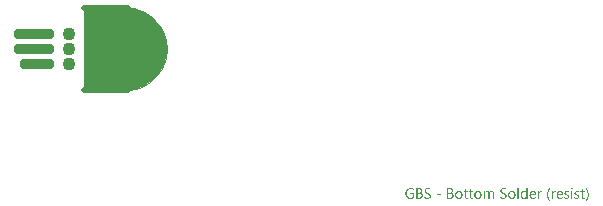
<source format=gbs>
G04*
G04 #@! TF.GenerationSoftware,Altium Limited,Altium Designer,22.5.1 (42)*
G04*
G04 Layer_Color=16711935*
%FSLAX44Y44*%
%MOMM*%
G71*
G04*
G04 #@! TF.SameCoordinates,4FFD5CCC-AD45-4947-A22B-06A3F304AFED*
G04*
G04*
G04 #@! TF.FilePolarity,Negative*
G04*
G01*
G75*
%ADD11C,0.0100*%
%ADD14C,0.1500*%
%ADD15C,1.1000*%
%ADD16C,0.5000*%
%ADD18C,0.5000*%
%ADD23C,0.3500*%
G04:AMPARAMS|DCode=24|XSize=0.9mm|YSize=3.4mm|CornerRadius=0.351mm|HoleSize=0mm|Usage=FLASHONLY|Rotation=90.000|XOffset=0mm|YOffset=0mm|HoleType=Round|Shape=RoundedRectangle|*
%AMROUNDEDRECTD24*
21,1,0.9000,2.6980,0,0,90.0*
21,1,0.1980,3.4000,0,0,90.0*
1,1,0.7020,1.3490,0.0990*
1,1,0.7020,1.3490,-0.0990*
1,1,0.7020,-1.3490,-0.0990*
1,1,0.7020,-1.3490,0.0990*
%
%ADD24ROUNDEDRECTD24*%
G04:AMPARAMS|DCode=25|XSize=0.9mm|YSize=2.9mm|CornerRadius=0.351mm|HoleSize=0mm|Usage=FLASHONLY|Rotation=90.000|XOffset=0mm|YOffset=0mm|HoleType=Round|Shape=RoundedRectangle|*
%AMROUNDEDRECTD25*
21,1,0.9000,2.1980,0,0,90.0*
21,1,0.1980,2.9000,0,0,90.0*
1,1,0.7020,1.0990,0.0990*
1,1,0.7020,1.0990,-0.0990*
1,1,0.7020,-1.0990,-0.0990*
1,1,0.7020,-1.0990,0.0990*
%
%ADD25ROUNDEDRECTD25*%
%ADD27C,0.0500*%
%ADD28C,0.1000*%
G36*
X54843Y34401D02*
X59275Y33214D01*
X63513Y31458D01*
X67487Y29164D01*
X71127Y26371D01*
X74371Y23127D01*
X77164Y19487D01*
X79458Y15513D01*
X81214Y11274D01*
X82401Y6843D01*
X83000Y2294D01*
X83000Y0D01*
X83000Y-2294D01*
X82401Y-6843D01*
X81214Y-11274D01*
X79458Y-15513D01*
X77164Y-19487D01*
X74371Y-23127D01*
X71127Y-26371D01*
X67487Y-29164D01*
X63513Y-31458D01*
X59275Y-33214D01*
X54843Y-34401D01*
X50294Y-35000D01*
X45706Y-35000D01*
X41157Y-34401D01*
X36725Y-33214D01*
X36115Y-32961D01*
X13000Y-32961D01*
X13000Y-2294D01*
X13000Y-2294D01*
X13000Y0D01*
X13000Y2294D01*
X13000Y2294D01*
X13000Y32961D01*
X36115Y32961D01*
X36725Y33214D01*
X41157Y34401D01*
X45706Y35000D01*
X50294Y35000D01*
X54843Y34401D01*
X54843Y34401D02*
G37*
G36*
X426102Y-117519D02*
X426173Y-117534D01*
X426244Y-117558D01*
X426322Y-117597D01*
X426400Y-117644D01*
X426479Y-117707D01*
X426487Y-117715D01*
X426510Y-117738D01*
X426542Y-117778D01*
X426581Y-117832D01*
X426612Y-117903D01*
X426644Y-117982D01*
X426667Y-118076D01*
X426675Y-118178D01*
X426675Y-118194D01*
X426675Y-118225D01*
X426667Y-118272D01*
X426652Y-118343D01*
X426628Y-118413D01*
X426589Y-118492D01*
X426542Y-118570D01*
X426479Y-118649D01*
X426471Y-118657D01*
X426447Y-118680D01*
X426400Y-118712D01*
X426345Y-118743D01*
X426275Y-118774D01*
X426196Y-118806D01*
X426110Y-118829D01*
X426008Y-118837D01*
X425961Y-118837D01*
X425914Y-118829D01*
X425843Y-118814D01*
X425773Y-118790D01*
X425694Y-118759D01*
X425616Y-118719D01*
X425537Y-118657D01*
X425529Y-118649D01*
X425506Y-118625D01*
X425474Y-118578D01*
X425443Y-118523D01*
X425411Y-118460D01*
X425380Y-118374D01*
X425357Y-118280D01*
X425349Y-118178D01*
X425349Y-118162D01*
X425349Y-118131D01*
X425357Y-118076D01*
X425372Y-118013D01*
X425396Y-117935D01*
X425427Y-117856D01*
X425474Y-117778D01*
X425537Y-117707D01*
X425545Y-117699D01*
X425569Y-117676D01*
X425616Y-117644D01*
X425671Y-117605D01*
X425741Y-117573D01*
X425820Y-117542D01*
X425906Y-117519D01*
X426008Y-117511D01*
X426055Y-117511D01*
X426102Y-117519D01*
X426102Y-117519D02*
G37*
G36*
X368753Y-117762D02*
X368862Y-117762D01*
X368988Y-117770D01*
X369129Y-117778D01*
X369278Y-117793D01*
X369592Y-117832D01*
X369906Y-117887D01*
X370063Y-117927D01*
X370205Y-117966D01*
X370346Y-118021D01*
X370463Y-118076D01*
X370463Y-119253D01*
X370456Y-119245D01*
X370424Y-119229D01*
X370385Y-119206D01*
X370322Y-119167D01*
X370244Y-119128D01*
X370149Y-119080D01*
X370040Y-119025D01*
X369914Y-118978D01*
X369773Y-118923D01*
X369616Y-118876D01*
X369451Y-118829D01*
X369271Y-118790D01*
X369082Y-118751D01*
X368878Y-118727D01*
X368658Y-118712D01*
X368431Y-118704D01*
X368305Y-118704D01*
X368219Y-118712D01*
X368117Y-118719D01*
X367999Y-118735D01*
X367873Y-118751D01*
X367748Y-118774D01*
X367732Y-118774D01*
X367693Y-118790D01*
X367630Y-118806D01*
X367544Y-118829D01*
X367450Y-118861D01*
X367348Y-118900D01*
X367238Y-118955D01*
X367136Y-119010D01*
X367128Y-119018D01*
X367089Y-119041D01*
X367042Y-119073D01*
X366979Y-119120D01*
X366916Y-119182D01*
X366837Y-119253D01*
X366767Y-119332D01*
X366704Y-119426D01*
X366696Y-119434D01*
X366680Y-119473D01*
X366649Y-119528D01*
X366626Y-119598D01*
X366594Y-119685D01*
X366563Y-119795D01*
X366547Y-119912D01*
X366539Y-120046D01*
X366539Y-120062D01*
X366539Y-120101D01*
X366547Y-120171D01*
X366555Y-120250D01*
X366571Y-120344D01*
X366594Y-120446D01*
X366626Y-120548D01*
X366665Y-120642D01*
X366673Y-120650D01*
X366688Y-120681D01*
X366720Y-120729D01*
X366759Y-120791D01*
X366814Y-120862D01*
X366877Y-120941D01*
X366955Y-121019D01*
X367042Y-121097D01*
X367049Y-121105D01*
X367089Y-121129D01*
X367144Y-121176D01*
X367214Y-121223D01*
X367300Y-121286D01*
X367402Y-121349D01*
X367520Y-121427D01*
X367646Y-121498D01*
X367654Y-121498D01*
X367662Y-121506D01*
X367709Y-121529D01*
X367787Y-121568D01*
X367881Y-121623D01*
X368007Y-121678D01*
X368148Y-121749D01*
X368305Y-121827D01*
X368470Y-121914D01*
X368478Y-121914D01*
X368493Y-121922D01*
X368517Y-121937D01*
X368548Y-121953D01*
X368596Y-121976D01*
X368643Y-122000D01*
X368760Y-122063D01*
X368902Y-122141D01*
X369059Y-122228D01*
X369216Y-122314D01*
X369380Y-122416D01*
X369388Y-122416D01*
X369396Y-122424D01*
X369420Y-122440D01*
X369451Y-122463D01*
X369537Y-122518D01*
X369639Y-122589D01*
X369757Y-122675D01*
X369883Y-122769D01*
X370008Y-122879D01*
X370134Y-122997D01*
X370149Y-123013D01*
X370189Y-123052D01*
X370244Y-123115D01*
X370322Y-123201D01*
X370401Y-123303D01*
X370487Y-123421D01*
X370565Y-123554D01*
X370644Y-123695D01*
X370644Y-123703D01*
X370652Y-123711D01*
X370660Y-123735D01*
X370675Y-123766D01*
X370707Y-123844D01*
X370746Y-123947D01*
X370777Y-124080D01*
X370809Y-124229D01*
X370832Y-124394D01*
X370840Y-124574D01*
X370840Y-124582D01*
X370840Y-124606D01*
X370840Y-124637D01*
X370840Y-124684D01*
X370832Y-124739D01*
X370825Y-124810D01*
X370817Y-124881D01*
X370809Y-124959D01*
X370777Y-125140D01*
X370730Y-125328D01*
X370667Y-125516D01*
X370581Y-125697D01*
X370581Y-125705D01*
X370573Y-125720D01*
X370558Y-125744D01*
X370534Y-125775D01*
X370479Y-125854D01*
X370401Y-125964D01*
X370299Y-126081D01*
X370181Y-126207D01*
X370040Y-126325D01*
X369883Y-126442D01*
X369875Y-126442D01*
X369859Y-126458D01*
X369836Y-126466D01*
X369804Y-126489D01*
X369765Y-126513D01*
X369710Y-126537D01*
X369592Y-126599D01*
X369443Y-126662D01*
X369271Y-126733D01*
X369082Y-126796D01*
X368870Y-126851D01*
X368862Y-126851D01*
X368847Y-126858D01*
X368815Y-126858D01*
X368768Y-126866D01*
X368721Y-126882D01*
X368658Y-126890D01*
X368588Y-126898D01*
X368501Y-126913D01*
X368321Y-126937D01*
X368117Y-126953D01*
X367897Y-126968D01*
X367662Y-126976D01*
X367575Y-126976D01*
X367520Y-126968D01*
X367442Y-126968D01*
X367348Y-126960D01*
X367245Y-126953D01*
X367136Y-126937D01*
X367120Y-126937D01*
X367081Y-126929D01*
X367018Y-126921D01*
X366939Y-126913D01*
X366845Y-126898D01*
X366735Y-126882D01*
X366626Y-126866D01*
X366500Y-126843D01*
X366484Y-126843D01*
X366445Y-126835D01*
X366382Y-126819D01*
X366304Y-126796D01*
X366209Y-126780D01*
X366107Y-126749D01*
X365888Y-126686D01*
X365872Y-126678D01*
X365841Y-126670D01*
X365786Y-126646D01*
X365723Y-126623D01*
X365652Y-126592D01*
X365574Y-126552D01*
X365495Y-126513D01*
X365425Y-126466D01*
X365425Y-125234D01*
X365433Y-125242D01*
X365464Y-125265D01*
X365511Y-125304D01*
X365566Y-125344D01*
X365644Y-125399D01*
X365731Y-125454D01*
X365825Y-125516D01*
X365935Y-125571D01*
X365951Y-125579D01*
X365990Y-125595D01*
X366045Y-125626D01*
X366123Y-125658D01*
X366217Y-125697D01*
X366319Y-125744D01*
X366437Y-125791D01*
X366555Y-125830D01*
X366571Y-125838D01*
X366610Y-125846D01*
X366680Y-125862D01*
X366759Y-125885D01*
X366861Y-125917D01*
X366971Y-125940D01*
X367214Y-125987D01*
X367230Y-125987D01*
X367269Y-125995D01*
X367332Y-126003D01*
X367418Y-126011D01*
X367512Y-126026D01*
X367614Y-126034D01*
X367826Y-126042D01*
X367920Y-126042D01*
X367983Y-126034D01*
X368062Y-126034D01*
X368156Y-126026D01*
X368258Y-126011D01*
X368368Y-125995D01*
X368603Y-125956D01*
X368839Y-125893D01*
X369066Y-125807D01*
X369169Y-125752D01*
X369263Y-125689D01*
X369271Y-125681D01*
X369286Y-125673D01*
X369310Y-125650D01*
X369341Y-125618D01*
X369372Y-125587D01*
X369412Y-125540D01*
X369459Y-125485D01*
X369506Y-125422D01*
X369545Y-125351D01*
X369592Y-125281D01*
X369671Y-125100D01*
X369694Y-124998D01*
X369718Y-124888D01*
X369734Y-124778D01*
X369741Y-124653D01*
X369741Y-124645D01*
X369741Y-124637D01*
X369741Y-124590D01*
X369734Y-124527D01*
X369726Y-124441D01*
X369702Y-124339D01*
X369679Y-124237D01*
X369639Y-124127D01*
X369584Y-124025D01*
X369577Y-124009D01*
X369553Y-123978D01*
X369522Y-123931D01*
X369474Y-123860D01*
X369412Y-123790D01*
X369333Y-123703D01*
X369247Y-123625D01*
X369145Y-123538D01*
X369129Y-123531D01*
X369098Y-123499D01*
X369035Y-123452D01*
X368956Y-123397D01*
X368854Y-123334D01*
X368745Y-123264D01*
X368619Y-123185D01*
X368478Y-123115D01*
X368470Y-123115D01*
X368462Y-123107D01*
X368438Y-123091D01*
X368415Y-123075D01*
X368336Y-123036D01*
X368234Y-122981D01*
X368109Y-122918D01*
X367968Y-122848D01*
X367818Y-122769D01*
X367654Y-122683D01*
X367646Y-122683D01*
X367630Y-122675D01*
X367607Y-122659D01*
X367575Y-122644D01*
X367489Y-122597D01*
X367371Y-122534D01*
X367238Y-122463D01*
X367089Y-122385D01*
X366782Y-122204D01*
X366775Y-122204D01*
X366767Y-122196D01*
X366743Y-122181D01*
X366712Y-122165D01*
X366641Y-122110D01*
X366547Y-122047D01*
X366437Y-121969D01*
X366319Y-121875D01*
X366202Y-121780D01*
X366084Y-121670D01*
X366068Y-121655D01*
X366037Y-121615D01*
X365982Y-121561D01*
X365911Y-121482D01*
X365841Y-121380D01*
X365762Y-121270D01*
X365684Y-121145D01*
X365613Y-121011D01*
X365613Y-121003D01*
X365605Y-120996D01*
X365597Y-120972D01*
X365589Y-120941D01*
X365558Y-120862D01*
X365527Y-120760D01*
X365495Y-120634D01*
X365464Y-120485D01*
X365448Y-120321D01*
X365440Y-120140D01*
X365440Y-120132D01*
X365440Y-120116D01*
X365440Y-120077D01*
X365448Y-120038D01*
X365448Y-119983D01*
X365456Y-119920D01*
X365472Y-119779D01*
X365503Y-119614D01*
X365550Y-119434D01*
X365621Y-119253D01*
X365707Y-119080D01*
X365707Y-119073D01*
X365723Y-119057D01*
X365739Y-119033D01*
X365754Y-119002D01*
X365817Y-118923D01*
X365896Y-118814D01*
X365998Y-118696D01*
X366115Y-118570D01*
X366249Y-118453D01*
X366406Y-118335D01*
X366414Y-118335D01*
X366429Y-118319D01*
X366453Y-118303D01*
X366484Y-118288D01*
X366524Y-118264D01*
X366571Y-118233D01*
X366696Y-118170D01*
X366845Y-118099D01*
X367010Y-118029D01*
X367198Y-117958D01*
X367402Y-117903D01*
X367410Y-117903D01*
X367426Y-117895D01*
X367458Y-117887D01*
X367497Y-117880D01*
X367552Y-117872D01*
X367607Y-117856D01*
X367677Y-117840D01*
X367756Y-117825D01*
X367928Y-117801D01*
X368117Y-117778D01*
X368329Y-117762D01*
X368541Y-117754D01*
X368666Y-117754D01*
X368753Y-117762D01*
X368753Y-117762D02*
G37*
G36*
X304543Y-117762D02*
X304653Y-117762D01*
X304778Y-117770D01*
X304920Y-117778D01*
X305069Y-117793D01*
X305383Y-117832D01*
X305697Y-117887D01*
X305854Y-117927D01*
X305995Y-117966D01*
X306136Y-118021D01*
X306254Y-118076D01*
X306254Y-119253D01*
X306246Y-119245D01*
X306215Y-119229D01*
X306176Y-119206D01*
X306113Y-119167D01*
X306034Y-119128D01*
X305940Y-119080D01*
X305830Y-119025D01*
X305705Y-118978D01*
X305563Y-118923D01*
X305406Y-118876D01*
X305242Y-118829D01*
X305061Y-118790D01*
X304873Y-118751D01*
X304669Y-118727D01*
X304449Y-118712D01*
X304221Y-118704D01*
X304096Y-118704D01*
X304009Y-118712D01*
X303907Y-118719D01*
X303790Y-118735D01*
X303664Y-118751D01*
X303538Y-118774D01*
X303523Y-118774D01*
X303484Y-118790D01*
X303421Y-118806D01*
X303334Y-118829D01*
X303240Y-118861D01*
X303138Y-118900D01*
X303028Y-118955D01*
X302926Y-119010D01*
X302918Y-119018D01*
X302879Y-119041D01*
X302832Y-119073D01*
X302769Y-119120D01*
X302707Y-119182D01*
X302628Y-119253D01*
X302557Y-119332D01*
X302495Y-119426D01*
X302487Y-119434D01*
X302471Y-119473D01*
X302440Y-119528D01*
X302416Y-119598D01*
X302385Y-119685D01*
X302353Y-119795D01*
X302338Y-119912D01*
X302330Y-120046D01*
X302330Y-120062D01*
X302330Y-120101D01*
X302338Y-120171D01*
X302346Y-120250D01*
X302361Y-120344D01*
X302385Y-120446D01*
X302416Y-120548D01*
X302455Y-120642D01*
X302463Y-120650D01*
X302479Y-120681D01*
X302510Y-120729D01*
X302549Y-120791D01*
X302605Y-120862D01*
X302667Y-120941D01*
X302746Y-121019D01*
X302832Y-121097D01*
X302840Y-121105D01*
X302879Y-121129D01*
X302934Y-121176D01*
X303005Y-121223D01*
X303091Y-121286D01*
X303193Y-121349D01*
X303311Y-121427D01*
X303436Y-121498D01*
X303444Y-121498D01*
X303452Y-121506D01*
X303499Y-121529D01*
X303578Y-121568D01*
X303672Y-121623D01*
X303797Y-121678D01*
X303939Y-121749D01*
X304096Y-121827D01*
X304261Y-121914D01*
X304268Y-121914D01*
X304284Y-121922D01*
X304308Y-121937D01*
X304339Y-121953D01*
X304386Y-121976D01*
X304433Y-122000D01*
X304551Y-122063D01*
X304692Y-122141D01*
X304849Y-122228D01*
X305006Y-122314D01*
X305171Y-122416D01*
X305179Y-122416D01*
X305187Y-122424D01*
X305210Y-122440D01*
X305242Y-122463D01*
X305328Y-122518D01*
X305430Y-122589D01*
X305548Y-122675D01*
X305673Y-122769D01*
X305799Y-122879D01*
X305924Y-122997D01*
X305940Y-123013D01*
X305979Y-123052D01*
X306034Y-123115D01*
X306113Y-123201D01*
X306191Y-123303D01*
X306278Y-123421D01*
X306356Y-123554D01*
X306435Y-123695D01*
X306435Y-123703D01*
X306442Y-123711D01*
X306450Y-123735D01*
X306466Y-123766D01*
X306497Y-123844D01*
X306537Y-123947D01*
X306568Y-124080D01*
X306599Y-124229D01*
X306623Y-124394D01*
X306631Y-124574D01*
X306631Y-124582D01*
X306631Y-124606D01*
X306631Y-124637D01*
X306631Y-124684D01*
X306623Y-124739D01*
X306615Y-124810D01*
X306607Y-124881D01*
X306599Y-124959D01*
X306568Y-125140D01*
X306521Y-125328D01*
X306458Y-125516D01*
X306372Y-125697D01*
X306372Y-125705D01*
X306364Y-125720D01*
X306348Y-125744D01*
X306325Y-125775D01*
X306270Y-125854D01*
X306191Y-125964D01*
X306089Y-126081D01*
X305972Y-126207D01*
X305830Y-126325D01*
X305673Y-126442D01*
X305665Y-126442D01*
X305650Y-126458D01*
X305626Y-126466D01*
X305595Y-126489D01*
X305555Y-126513D01*
X305501Y-126537D01*
X305383Y-126599D01*
X305234Y-126662D01*
X305061Y-126733D01*
X304873Y-126796D01*
X304661Y-126851D01*
X304653Y-126851D01*
X304637Y-126858D01*
X304606Y-126858D01*
X304559Y-126866D01*
X304512Y-126882D01*
X304449Y-126890D01*
X304378Y-126898D01*
X304292Y-126913D01*
X304111Y-126937D01*
X303907Y-126953D01*
X303688Y-126968D01*
X303452Y-126976D01*
X303366Y-126976D01*
X303311Y-126968D01*
X303232Y-126968D01*
X303138Y-126960D01*
X303036Y-126953D01*
X302926Y-126937D01*
X302911Y-126937D01*
X302871Y-126929D01*
X302808Y-126921D01*
X302730Y-126913D01*
X302636Y-126898D01*
X302526Y-126882D01*
X302416Y-126866D01*
X302290Y-126843D01*
X302275Y-126843D01*
X302236Y-126835D01*
X302173Y-126819D01*
X302094Y-126796D01*
X302000Y-126780D01*
X301898Y-126749D01*
X301678Y-126686D01*
X301663Y-126678D01*
X301631Y-126670D01*
X301576Y-126646D01*
X301514Y-126623D01*
X301443Y-126592D01*
X301364Y-126552D01*
X301286Y-126513D01*
X301215Y-126466D01*
X301215Y-125234D01*
X301223Y-125242D01*
X301255Y-125265D01*
X301302Y-125304D01*
X301357Y-125344D01*
X301435Y-125399D01*
X301521Y-125454D01*
X301616Y-125516D01*
X301725Y-125571D01*
X301741Y-125579D01*
X301780Y-125595D01*
X301835Y-125626D01*
X301914Y-125658D01*
X302008Y-125697D01*
X302110Y-125744D01*
X302228Y-125791D01*
X302346Y-125830D01*
X302361Y-125838D01*
X302400Y-125846D01*
X302471Y-125862D01*
X302549Y-125885D01*
X302652Y-125917D01*
X302761Y-125940D01*
X303005Y-125987D01*
X303020Y-125987D01*
X303060Y-125995D01*
X303123Y-126003D01*
X303209Y-126011D01*
X303303Y-126026D01*
X303405Y-126034D01*
X303617Y-126042D01*
X303711Y-126042D01*
X303774Y-126034D01*
X303852Y-126034D01*
X303947Y-126026D01*
X304049Y-126011D01*
X304158Y-125995D01*
X304394Y-125956D01*
X304629Y-125893D01*
X304857Y-125807D01*
X304959Y-125752D01*
X305053Y-125689D01*
X305061Y-125681D01*
X305077Y-125673D01*
X305100Y-125650D01*
X305132Y-125618D01*
X305163Y-125587D01*
X305202Y-125540D01*
X305250Y-125485D01*
X305296Y-125422D01*
X305336Y-125351D01*
X305383Y-125281D01*
X305461Y-125100D01*
X305485Y-124998D01*
X305508Y-124888D01*
X305524Y-124778D01*
X305532Y-124653D01*
X305532Y-124645D01*
X305532Y-124637D01*
X305532Y-124590D01*
X305524Y-124527D01*
X305516Y-124441D01*
X305493Y-124339D01*
X305469Y-124237D01*
X305430Y-124127D01*
X305375Y-124025D01*
X305367Y-124009D01*
X305344Y-123978D01*
X305312Y-123931D01*
X305265Y-123860D01*
X305202Y-123790D01*
X305124Y-123703D01*
X305037Y-123625D01*
X304935Y-123538D01*
X304920Y-123531D01*
X304888Y-123499D01*
X304826Y-123452D01*
X304747Y-123397D01*
X304645Y-123334D01*
X304535Y-123264D01*
X304410Y-123185D01*
X304268Y-123115D01*
X304261Y-123115D01*
X304253Y-123107D01*
X304229Y-123091D01*
X304206Y-123075D01*
X304127Y-123036D01*
X304025Y-122981D01*
X303899Y-122918D01*
X303758Y-122848D01*
X303609Y-122769D01*
X303444Y-122683D01*
X303436Y-122683D01*
X303421Y-122675D01*
X303397Y-122659D01*
X303366Y-122644D01*
X303279Y-122597D01*
X303162Y-122534D01*
X303028Y-122463D01*
X302879Y-122385D01*
X302573Y-122204D01*
X302565Y-122204D01*
X302557Y-122196D01*
X302534Y-122181D01*
X302502Y-122165D01*
X302432Y-122110D01*
X302338Y-122047D01*
X302228Y-121969D01*
X302110Y-121875D01*
X301992Y-121780D01*
X301875Y-121670D01*
X301859Y-121655D01*
X301828Y-121615D01*
X301772Y-121561D01*
X301702Y-121482D01*
X301631Y-121380D01*
X301553Y-121270D01*
X301474Y-121145D01*
X301404Y-121011D01*
X301404Y-121003D01*
X301396Y-120996D01*
X301388Y-120972D01*
X301380Y-120941D01*
X301349Y-120862D01*
X301317Y-120760D01*
X301286Y-120634D01*
X301255Y-120485D01*
X301239Y-120321D01*
X301231Y-120140D01*
X301231Y-120132D01*
X301231Y-120116D01*
X301231Y-120077D01*
X301239Y-120038D01*
X301239Y-119983D01*
X301247Y-119920D01*
X301262Y-119779D01*
X301294Y-119614D01*
X301341Y-119434D01*
X301411Y-119253D01*
X301498Y-119080D01*
X301498Y-119073D01*
X301514Y-119057D01*
X301529Y-119033D01*
X301545Y-119002D01*
X301608Y-118923D01*
X301686Y-118814D01*
X301788Y-118696D01*
X301906Y-118570D01*
X302039Y-118453D01*
X302196Y-118335D01*
X302204Y-118335D01*
X302220Y-118319D01*
X302243Y-118303D01*
X302275Y-118288D01*
X302314Y-118264D01*
X302361Y-118233D01*
X302487Y-118170D01*
X302636Y-118099D01*
X302801Y-118029D01*
X302989Y-117958D01*
X303193Y-117903D01*
X303201Y-117903D01*
X303217Y-117895D01*
X303248Y-117887D01*
X303287Y-117880D01*
X303342Y-117872D01*
X303397Y-117856D01*
X303468Y-117840D01*
X303546Y-117825D01*
X303719Y-117801D01*
X303907Y-117778D01*
X304119Y-117762D01*
X304331Y-117754D01*
X304457Y-117754D01*
X304543Y-117762D01*
X304543Y-117762D02*
G37*
G36*
X289874Y-117762D02*
X290000Y-117770D01*
X290149Y-117778D01*
X290306Y-117793D01*
X290486Y-117817D01*
X290675Y-117840D01*
X290871Y-117872D01*
X291075Y-117911D01*
X291279Y-117958D01*
X291483Y-118013D01*
X291687Y-118076D01*
X291891Y-118146D01*
X292080Y-118233D01*
X292080Y-119387D01*
X292064Y-119379D01*
X292032Y-119355D01*
X291970Y-119324D01*
X291891Y-119277D01*
X291781Y-119229D01*
X291656Y-119167D01*
X291514Y-119112D01*
X291350Y-119041D01*
X291177Y-118978D01*
X290981Y-118916D01*
X290769Y-118861D01*
X290541Y-118814D01*
X290298Y-118766D01*
X290047Y-118735D01*
X289788Y-118712D01*
X289513Y-118704D01*
X289450Y-118704D01*
X289372Y-118712D01*
X289262Y-118719D01*
X289136Y-118735D01*
X288987Y-118759D01*
X288822Y-118790D01*
X288642Y-118829D01*
X288453Y-118884D01*
X288257Y-118955D01*
X288053Y-119041D01*
X287841Y-119143D01*
X287637Y-119261D01*
X287441Y-119394D01*
X287245Y-119559D01*
X287056Y-119740D01*
X287048Y-119747D01*
X287017Y-119787D01*
X286970Y-119842D01*
X286907Y-119928D01*
X286837Y-120030D01*
X286750Y-120148D01*
X286664Y-120297D01*
X286578Y-120462D01*
X286491Y-120642D01*
X286405Y-120846D01*
X286319Y-121066D01*
X286248Y-121302D01*
X286185Y-121553D01*
X286138Y-121820D01*
X286107Y-122110D01*
X286099Y-122408D01*
X286099Y-122416D01*
X286099Y-122424D01*
X286099Y-122448D01*
X286099Y-122479D01*
X286099Y-122526D01*
X286107Y-122573D01*
X286115Y-122691D01*
X286122Y-122832D01*
X286146Y-122997D01*
X286169Y-123177D01*
X286209Y-123374D01*
X286256Y-123586D01*
X286319Y-123805D01*
X286389Y-124025D01*
X286476Y-124253D01*
X286578Y-124472D01*
X286695Y-124684D01*
X286829Y-124888D01*
X286986Y-125077D01*
X286994Y-125085D01*
X287025Y-125116D01*
X287080Y-125163D01*
X287151Y-125226D01*
X287237Y-125296D01*
X287347Y-125383D01*
X287472Y-125469D01*
X287621Y-125555D01*
X287786Y-125650D01*
X287967Y-125736D01*
X288163Y-125815D01*
X288383Y-125893D01*
X288610Y-125956D01*
X288862Y-126003D01*
X289121Y-126034D01*
X289403Y-126042D01*
X289505Y-126042D01*
X289576Y-126034D01*
X289670Y-126026D01*
X289772Y-126019D01*
X289890Y-126011D01*
X290023Y-125987D01*
X290157Y-125971D01*
X290306Y-125940D01*
X290604Y-125869D01*
X290761Y-125822D01*
X290910Y-125760D01*
X291059Y-125697D01*
X291208Y-125626D01*
X291208Y-123122D01*
X289254Y-123122D01*
X289254Y-122173D01*
X292260Y-122173D01*
X292260Y-126223D01*
X292244Y-126230D01*
X292197Y-126254D01*
X292127Y-126293D01*
X292025Y-126340D01*
X291899Y-126395D01*
X291750Y-126458D01*
X291577Y-126529D01*
X291381Y-126599D01*
X291169Y-126670D01*
X290934Y-126741D01*
X290690Y-126803D01*
X290431Y-126858D01*
X290157Y-126905D01*
X289866Y-126945D01*
X289576Y-126968D01*
X289270Y-126976D01*
X289183Y-126976D01*
X289144Y-126968D01*
X289089Y-126968D01*
X289026Y-126960D01*
X288956Y-126960D01*
X288791Y-126937D01*
X288603Y-126913D01*
X288398Y-126874D01*
X288171Y-126819D01*
X287928Y-126756D01*
X287676Y-126678D01*
X287417Y-126576D01*
X287158Y-126458D01*
X286899Y-126317D01*
X286648Y-126152D01*
X286405Y-125964D01*
X286177Y-125752D01*
X286162Y-125736D01*
X286130Y-125697D01*
X286068Y-125626D01*
X285997Y-125524D01*
X285903Y-125406D01*
X285809Y-125257D01*
X285699Y-125077D01*
X285589Y-124881D01*
X285479Y-124661D01*
X285369Y-124410D01*
X285275Y-124143D01*
X285181Y-123852D01*
X285110Y-123546D01*
X285047Y-123209D01*
X285016Y-122856D01*
X285000Y-122487D01*
X285000Y-122479D01*
X285000Y-122463D01*
X285000Y-122432D01*
X285000Y-122393D01*
X285008Y-122345D01*
X285008Y-122283D01*
X285016Y-122220D01*
X285024Y-122141D01*
X285032Y-122055D01*
X285039Y-121969D01*
X285071Y-121765D01*
X285110Y-121529D01*
X285165Y-121286D01*
X285236Y-121019D01*
X285322Y-120744D01*
X285424Y-120462D01*
X285550Y-120179D01*
X285706Y-119897D01*
X285879Y-119614D01*
X286083Y-119347D01*
X286311Y-119088D01*
X286327Y-119073D01*
X286374Y-119033D01*
X286444Y-118963D01*
X286546Y-118876D01*
X286680Y-118782D01*
X286829Y-118664D01*
X287009Y-118547D01*
X287221Y-118421D01*
X287449Y-118295D01*
X287700Y-118178D01*
X287967Y-118060D01*
X288265Y-117966D01*
X288579Y-117880D01*
X288909Y-117809D01*
X289262Y-117770D01*
X289631Y-117754D01*
X289772Y-117754D01*
X289874Y-117762D01*
X289874Y-117762D02*
G37*
G36*
X388476Y-126827D02*
X387456Y-126827D01*
X387456Y-125752D01*
X387432Y-125752D01*
X387424Y-125767D01*
X387401Y-125807D01*
X387354Y-125862D01*
X387299Y-125940D01*
X387220Y-126034D01*
X387134Y-126136D01*
X387024Y-126246D01*
X386891Y-126364D01*
X386749Y-126482D01*
X386585Y-126592D01*
X386404Y-126693D01*
X386208Y-126788D01*
X385996Y-126866D01*
X385760Y-126921D01*
X385509Y-126960D01*
X385242Y-126976D01*
X385187Y-126976D01*
X385125Y-126968D01*
X385046Y-126960D01*
X384944Y-126953D01*
X384826Y-126929D01*
X384693Y-126905D01*
X384552Y-126866D01*
X384403Y-126827D01*
X384246Y-126764D01*
X384089Y-126701D01*
X383924Y-126615D01*
X383767Y-126521D01*
X383610Y-126403D01*
X383461Y-126270D01*
X383320Y-126121D01*
X383312Y-126113D01*
X383288Y-126081D01*
X383257Y-126034D01*
X383210Y-125964D01*
X383155Y-125877D01*
X383092Y-125775D01*
X383029Y-125650D01*
X382966Y-125508D01*
X382896Y-125351D01*
X382833Y-125179D01*
X382770Y-124983D01*
X382715Y-124778D01*
X382668Y-124559D01*
X382637Y-124315D01*
X382613Y-124064D01*
X382605Y-123797D01*
X382605Y-123790D01*
X382605Y-123782D01*
X382605Y-123758D01*
X382605Y-123727D01*
X382613Y-123648D01*
X382621Y-123538D01*
X382629Y-123397D01*
X382645Y-123248D01*
X382668Y-123075D01*
X382707Y-122887D01*
X382747Y-122691D01*
X382802Y-122479D01*
X382864Y-122275D01*
X382943Y-122055D01*
X383029Y-121851D01*
X383139Y-121647D01*
X383257Y-121451D01*
X383398Y-121262D01*
X383406Y-121255D01*
X383437Y-121223D01*
X383484Y-121176D01*
X383547Y-121113D01*
X383626Y-121043D01*
X383720Y-120956D01*
X383838Y-120870D01*
X383963Y-120784D01*
X384112Y-120697D01*
X384269Y-120611D01*
X384442Y-120525D01*
X384630Y-120454D01*
X384834Y-120391D01*
X385054Y-120344D01*
X385282Y-120313D01*
X385525Y-120305D01*
X385580Y-120305D01*
X385650Y-120313D01*
X385737Y-120321D01*
X385847Y-120336D01*
X385972Y-120360D01*
X386106Y-120391D01*
X386255Y-120430D01*
X386412Y-120485D01*
X386569Y-120556D01*
X386726Y-120642D01*
X386883Y-120744D01*
X387032Y-120862D01*
X387181Y-120996D01*
X387314Y-121160D01*
X387432Y-121341D01*
X387456Y-121341D01*
X387456Y-117393D01*
X388476Y-117393D01*
X388476Y-126827D01*
X388476Y-126827D02*
G37*
G36*
X430772Y-120313D02*
X430843Y-120313D01*
X430929Y-120321D01*
X431023Y-120328D01*
X431125Y-120344D01*
X431361Y-120375D01*
X431604Y-120430D01*
X431863Y-120501D01*
X432114Y-120595D01*
X432114Y-121631D01*
X432106Y-121623D01*
X432083Y-121608D01*
X432044Y-121592D01*
X431989Y-121561D01*
X431926Y-121521D01*
X431847Y-121482D01*
X431753Y-121443D01*
X431651Y-121396D01*
X431533Y-121356D01*
X431416Y-121317D01*
X431282Y-121278D01*
X431141Y-121239D01*
X430984Y-121207D01*
X430827Y-121192D01*
X430670Y-121176D01*
X430497Y-121168D01*
X430395Y-121168D01*
X430325Y-121176D01*
X430246Y-121184D01*
X430160Y-121200D01*
X429979Y-121239D01*
X429972Y-121239D01*
X429940Y-121247D01*
X429901Y-121262D01*
X429846Y-121286D01*
X429720Y-121341D01*
X429587Y-121419D01*
X429579Y-121427D01*
X429563Y-121443D01*
X429532Y-121466D01*
X429493Y-121498D01*
X429407Y-121584D01*
X429328Y-121702D01*
X429328Y-121710D01*
X429312Y-121733D01*
X429304Y-121765D01*
X429289Y-121812D01*
X429273Y-121859D01*
X429257Y-121922D01*
X429249Y-121992D01*
X429242Y-122063D01*
X429242Y-122071D01*
X429242Y-122102D01*
X429249Y-122149D01*
X429249Y-122212D01*
X429265Y-122275D01*
X429281Y-122345D01*
X429297Y-122416D01*
X429328Y-122487D01*
X429336Y-122494D01*
X429344Y-122518D01*
X429367Y-122549D01*
X429399Y-122589D01*
X429438Y-122628D01*
X429477Y-122683D01*
X429595Y-122785D01*
X429603Y-122793D01*
X429626Y-122809D01*
X429665Y-122832D01*
X429713Y-122863D01*
X429775Y-122895D01*
X429846Y-122934D01*
X429932Y-122981D01*
X430019Y-123020D01*
X430027Y-123028D01*
X430066Y-123036D01*
X430113Y-123060D01*
X430183Y-123083D01*
X430270Y-123122D01*
X430364Y-123162D01*
X430466Y-123201D01*
X430584Y-123248D01*
X430592Y-123248D01*
X430599Y-123256D01*
X430623Y-123264D01*
X430654Y-123272D01*
X430733Y-123303D01*
X430835Y-123350D01*
X430953Y-123397D01*
X431086Y-123452D01*
X431219Y-123515D01*
X431345Y-123578D01*
X431353Y-123578D01*
X431361Y-123586D01*
X431400Y-123609D01*
X431463Y-123640D01*
X431541Y-123687D01*
X431636Y-123750D01*
X431730Y-123813D01*
X431824Y-123892D01*
X431918Y-123970D01*
X431926Y-123978D01*
X431957Y-124009D01*
X431996Y-124049D01*
X432051Y-124111D01*
X432106Y-124182D01*
X432169Y-124268D01*
X432224Y-124362D01*
X432279Y-124465D01*
X432287Y-124480D01*
X432303Y-124512D01*
X432318Y-124574D01*
X432342Y-124653D01*
X432365Y-124747D01*
X432389Y-124857D01*
X432397Y-124983D01*
X432405Y-125124D01*
X432405Y-125132D01*
X432405Y-125147D01*
X432405Y-125171D01*
X432405Y-125202D01*
X432397Y-125289D01*
X432381Y-125406D01*
X432350Y-125532D01*
X432318Y-125673D01*
X432263Y-125815D01*
X432193Y-125948D01*
X432185Y-125964D01*
X432154Y-126003D01*
X432106Y-126066D01*
X432044Y-126152D01*
X431965Y-126238D01*
X431871Y-126340D01*
X431761Y-126434D01*
X431636Y-126529D01*
X431620Y-126537D01*
X431573Y-126568D01*
X431502Y-126607D01*
X431408Y-126654D01*
X431290Y-126709D01*
X431149Y-126764D01*
X431000Y-126819D01*
X430835Y-126866D01*
X430827Y-126866D01*
X430811Y-126874D01*
X430788Y-126874D01*
X430756Y-126882D01*
X430717Y-126890D01*
X430670Y-126898D01*
X430552Y-126921D01*
X430403Y-126945D01*
X430246Y-126960D01*
X430074Y-126968D01*
X429885Y-126976D01*
X429791Y-126976D01*
X429720Y-126968D01*
X429634Y-126968D01*
X429540Y-126953D01*
X429422Y-126945D01*
X429304Y-126929D01*
X429171Y-126905D01*
X429038Y-126882D01*
X428755Y-126819D01*
X428465Y-126725D01*
X428323Y-126662D01*
X428182Y-126599D01*
X428182Y-125508D01*
X428190Y-125516D01*
X428221Y-125532D01*
X428268Y-125563D01*
X428331Y-125603D01*
X428410Y-125650D01*
X428496Y-125705D01*
X428606Y-125760D01*
X428724Y-125815D01*
X428857Y-125869D01*
X428998Y-125924D01*
X429147Y-125979D01*
X429304Y-126026D01*
X429477Y-126066D01*
X429650Y-126097D01*
X429830Y-126113D01*
X430019Y-126121D01*
X430074Y-126121D01*
X430144Y-126113D01*
X430231Y-126105D01*
X430333Y-126089D01*
X430443Y-126074D01*
X430568Y-126042D01*
X430694Y-126011D01*
X430811Y-125964D01*
X430937Y-125901D01*
X431047Y-125830D01*
X431149Y-125744D01*
X431235Y-125642D01*
X431306Y-125524D01*
X431345Y-125383D01*
X431361Y-125304D01*
X431361Y-125226D01*
X431361Y-125218D01*
X431361Y-125179D01*
X431353Y-125132D01*
X431345Y-125077D01*
X431329Y-125006D01*
X431314Y-124936D01*
X431282Y-124865D01*
X431243Y-124794D01*
X431235Y-124786D01*
X431219Y-124763D01*
X431196Y-124731D01*
X431165Y-124684D01*
X431118Y-124637D01*
X431070Y-124582D01*
X431008Y-124535D01*
X430937Y-124480D01*
X430929Y-124472D01*
X430905Y-124457D01*
X430858Y-124433D01*
X430803Y-124394D01*
X430741Y-124355D01*
X430662Y-124315D01*
X430568Y-124276D01*
X430474Y-124237D01*
X430458Y-124229D01*
X430427Y-124221D01*
X430372Y-124198D01*
X430301Y-124166D01*
X430223Y-124127D01*
X430121Y-124088D01*
X430019Y-124049D01*
X429909Y-124002D01*
X429901Y-124002D01*
X429893Y-123994D01*
X429869Y-123986D01*
X429838Y-123970D01*
X429760Y-123939D01*
X429658Y-123899D01*
X429540Y-123844D01*
X429414Y-123790D01*
X429289Y-123727D01*
X429163Y-123664D01*
X429147Y-123656D01*
X429108Y-123633D01*
X429053Y-123601D01*
X428975Y-123554D01*
X428888Y-123491D01*
X428802Y-123428D01*
X428708Y-123358D01*
X428622Y-123279D01*
X428614Y-123272D01*
X428590Y-123240D01*
X428551Y-123201D01*
X428504Y-123138D01*
X428449Y-123068D01*
X428394Y-122981D01*
X428347Y-122895D01*
X428300Y-122793D01*
X428292Y-122777D01*
X428284Y-122746D01*
X428268Y-122683D01*
X428253Y-122612D01*
X428229Y-122518D01*
X428214Y-122408D01*
X428206Y-122283D01*
X428198Y-122149D01*
X428198Y-122141D01*
X428198Y-122126D01*
X428198Y-122102D01*
X428198Y-122071D01*
X428206Y-121992D01*
X428221Y-121882D01*
X428245Y-121757D01*
X428284Y-121623D01*
X428331Y-121490D01*
X428402Y-121356D01*
X428402Y-121349D01*
X428410Y-121341D01*
X428441Y-121302D01*
X428488Y-121239D01*
X428543Y-121152D01*
X428622Y-121066D01*
X428716Y-120972D01*
X428826Y-120870D01*
X428943Y-120784D01*
X428951Y-120784D01*
X428959Y-120776D01*
X429006Y-120744D01*
X429077Y-120705D01*
X429171Y-120650D01*
X429289Y-120595D01*
X429422Y-120532D01*
X429571Y-120478D01*
X429728Y-120430D01*
X429736Y-120430D01*
X429752Y-120422D01*
X429775Y-120415D01*
X429807Y-120407D01*
X429846Y-120399D01*
X429893Y-120391D01*
X430003Y-120368D01*
X430144Y-120344D01*
X430293Y-120321D01*
X430458Y-120313D01*
X430631Y-120305D01*
X430709Y-120305D01*
X430772Y-120313D01*
X430772Y-120313D02*
G37*
G36*
X422280Y-120313D02*
X422351Y-120313D01*
X422437Y-120321D01*
X422531Y-120328D01*
X422633Y-120344D01*
X422869Y-120375D01*
X423112Y-120430D01*
X423371Y-120501D01*
X423622Y-120595D01*
X423622Y-121631D01*
X423614Y-121623D01*
X423591Y-121608D01*
X423551Y-121592D01*
X423497Y-121561D01*
X423434Y-121521D01*
X423355Y-121482D01*
X423261Y-121443D01*
X423159Y-121396D01*
X423041Y-121356D01*
X422924Y-121317D01*
X422790Y-121278D01*
X422649Y-121239D01*
X422492Y-121207D01*
X422335Y-121192D01*
X422178Y-121176D01*
X422005Y-121168D01*
X421903Y-121168D01*
X421833Y-121176D01*
X421754Y-121184D01*
X421668Y-121200D01*
X421487Y-121239D01*
X421479Y-121239D01*
X421448Y-121247D01*
X421409Y-121262D01*
X421354Y-121286D01*
X421228Y-121341D01*
X421095Y-121419D01*
X421087Y-121427D01*
X421071Y-121443D01*
X421040Y-121466D01*
X421001Y-121498D01*
X420914Y-121584D01*
X420836Y-121702D01*
X420836Y-121710D01*
X420820Y-121733D01*
X420812Y-121765D01*
X420797Y-121812D01*
X420781Y-121859D01*
X420765Y-121922D01*
X420757Y-121992D01*
X420750Y-122063D01*
X420750Y-122071D01*
X420750Y-122102D01*
X420757Y-122149D01*
X420757Y-122212D01*
X420773Y-122275D01*
X420789Y-122345D01*
X420804Y-122416D01*
X420836Y-122487D01*
X420844Y-122494D01*
X420852Y-122518D01*
X420875Y-122549D01*
X420906Y-122589D01*
X420946Y-122628D01*
X420985Y-122683D01*
X421103Y-122785D01*
X421110Y-122793D01*
X421134Y-122809D01*
X421173Y-122832D01*
X421220Y-122863D01*
X421283Y-122895D01*
X421354Y-122934D01*
X421440Y-122981D01*
X421526Y-123020D01*
X421534Y-123028D01*
X421574Y-123036D01*
X421621Y-123060D01*
X421691Y-123083D01*
X421778Y-123122D01*
X421872Y-123162D01*
X421974Y-123201D01*
X422092Y-123248D01*
X422099Y-123248D01*
X422107Y-123256D01*
X422131Y-123264D01*
X422162Y-123272D01*
X422241Y-123303D01*
X422343Y-123350D01*
X422460Y-123397D01*
X422594Y-123452D01*
X422727Y-123515D01*
X422853Y-123578D01*
X422861Y-123578D01*
X422869Y-123586D01*
X422908Y-123609D01*
X422971Y-123640D01*
X423049Y-123687D01*
X423143Y-123750D01*
X423237Y-123813D01*
X423332Y-123892D01*
X423426Y-123970D01*
X423434Y-123978D01*
X423465Y-124009D01*
X423504Y-124049D01*
X423559Y-124111D01*
X423614Y-124182D01*
X423677Y-124268D01*
X423732Y-124362D01*
X423787Y-124465D01*
X423795Y-124480D01*
X423810Y-124512D01*
X423826Y-124574D01*
X423850Y-124653D01*
X423873Y-124747D01*
X423897Y-124857D01*
X423905Y-124983D01*
X423912Y-125124D01*
X423912Y-125132D01*
X423912Y-125147D01*
X423912Y-125171D01*
X423912Y-125202D01*
X423905Y-125289D01*
X423889Y-125406D01*
X423857Y-125532D01*
X423826Y-125673D01*
X423771Y-125815D01*
X423700Y-125948D01*
X423693Y-125964D01*
X423661Y-126003D01*
X423614Y-126066D01*
X423551Y-126152D01*
X423473Y-126238D01*
X423379Y-126340D01*
X423269Y-126434D01*
X423143Y-126529D01*
X423128Y-126537D01*
X423080Y-126568D01*
X423010Y-126607D01*
X422916Y-126654D01*
X422798Y-126709D01*
X422657Y-126764D01*
X422508Y-126819D01*
X422343Y-126866D01*
X422335Y-126866D01*
X422319Y-126874D01*
X422296Y-126874D01*
X422264Y-126882D01*
X422225Y-126890D01*
X422178Y-126898D01*
X422060Y-126921D01*
X421911Y-126945D01*
X421754Y-126960D01*
X421581Y-126968D01*
X421393Y-126976D01*
X421299Y-126976D01*
X421228Y-126968D01*
X421142Y-126968D01*
X421048Y-126953D01*
X420930Y-126945D01*
X420812Y-126929D01*
X420679Y-126905D01*
X420545Y-126882D01*
X420263Y-126819D01*
X419972Y-126725D01*
X419831Y-126662D01*
X419690Y-126599D01*
X419690Y-125508D01*
X419698Y-125516D01*
X419729Y-125532D01*
X419776Y-125563D01*
X419839Y-125603D01*
X419917Y-125650D01*
X420004Y-125705D01*
X420114Y-125760D01*
X420231Y-125815D01*
X420365Y-125869D01*
X420506Y-125924D01*
X420655Y-125979D01*
X420812Y-126026D01*
X420985Y-126066D01*
X421158Y-126097D01*
X421338Y-126113D01*
X421526Y-126121D01*
X421581Y-126121D01*
X421652Y-126113D01*
X421738Y-126105D01*
X421840Y-126089D01*
X421950Y-126074D01*
X422076Y-126042D01*
X422201Y-126011D01*
X422319Y-125964D01*
X422445Y-125901D01*
X422555Y-125830D01*
X422657Y-125744D01*
X422743Y-125642D01*
X422814Y-125524D01*
X422853Y-125383D01*
X422869Y-125304D01*
X422869Y-125226D01*
X422869Y-125218D01*
X422869Y-125179D01*
X422861Y-125132D01*
X422853Y-125077D01*
X422837Y-125006D01*
X422822Y-124936D01*
X422790Y-124865D01*
X422751Y-124794D01*
X422743Y-124786D01*
X422727Y-124763D01*
X422704Y-124731D01*
X422672Y-124684D01*
X422625Y-124637D01*
X422578Y-124582D01*
X422515Y-124535D01*
X422445Y-124480D01*
X422437Y-124472D01*
X422413Y-124457D01*
X422366Y-124433D01*
X422311Y-124394D01*
X422248Y-124355D01*
X422170Y-124315D01*
X422076Y-124276D01*
X421982Y-124237D01*
X421966Y-124229D01*
X421935Y-124221D01*
X421880Y-124198D01*
X421809Y-124166D01*
X421730Y-124127D01*
X421628Y-124088D01*
X421526Y-124049D01*
X421417Y-124002D01*
X421409Y-124002D01*
X421401Y-123994D01*
X421377Y-123986D01*
X421346Y-123970D01*
X421268Y-123939D01*
X421165Y-123899D01*
X421048Y-123844D01*
X420922Y-123790D01*
X420797Y-123727D01*
X420671Y-123664D01*
X420655Y-123656D01*
X420616Y-123633D01*
X420561Y-123601D01*
X420483Y-123554D01*
X420396Y-123491D01*
X420310Y-123428D01*
X420216Y-123358D01*
X420129Y-123279D01*
X420122Y-123272D01*
X420098Y-123240D01*
X420059Y-123201D01*
X420012Y-123138D01*
X419957Y-123068D01*
X419902Y-122981D01*
X419855Y-122895D01*
X419808Y-122793D01*
X419800Y-122777D01*
X419792Y-122746D01*
X419776Y-122683D01*
X419761Y-122612D01*
X419737Y-122518D01*
X419721Y-122408D01*
X419713Y-122283D01*
X419706Y-122149D01*
X419706Y-122141D01*
X419706Y-122126D01*
X419706Y-122102D01*
X419706Y-122071D01*
X419713Y-121992D01*
X419729Y-121882D01*
X419753Y-121757D01*
X419792Y-121623D01*
X419839Y-121490D01*
X419910Y-121356D01*
X419910Y-121349D01*
X419917Y-121341D01*
X419949Y-121302D01*
X419996Y-121239D01*
X420051Y-121152D01*
X420129Y-121066D01*
X420224Y-120972D01*
X420334Y-120870D01*
X420451Y-120784D01*
X420459Y-120784D01*
X420467Y-120776D01*
X420514Y-120744D01*
X420585Y-120705D01*
X420679Y-120650D01*
X420797Y-120595D01*
X420930Y-120532D01*
X421079Y-120478D01*
X421236Y-120430D01*
X421244Y-120430D01*
X421260Y-120422D01*
X421283Y-120415D01*
X421315Y-120407D01*
X421354Y-120399D01*
X421401Y-120391D01*
X421511Y-120368D01*
X421652Y-120344D01*
X421801Y-120321D01*
X421966Y-120313D01*
X422139Y-120305D01*
X422217Y-120305D01*
X422280Y-120313D01*
X422280Y-120313D02*
G37*
G36*
X358275Y-120313D02*
X358322Y-120313D01*
X358377Y-120321D01*
X358510Y-120344D01*
X358667Y-120383D01*
X358848Y-120438D01*
X359036Y-120525D01*
X359232Y-120627D01*
X359334Y-120697D01*
X359428Y-120768D01*
X359523Y-120846D01*
X359617Y-120941D01*
X359711Y-121043D01*
X359797Y-121152D01*
X359876Y-121270D01*
X359954Y-121404D01*
X360025Y-121545D01*
X360088Y-121702D01*
X360143Y-121867D01*
X360197Y-122047D01*
X360229Y-122235D01*
X360260Y-122448D01*
X360276Y-122667D01*
X360284Y-122903D01*
X360284Y-126827D01*
X359263Y-126827D01*
X359263Y-123169D01*
X359263Y-123154D01*
X359263Y-123122D01*
X359263Y-123068D01*
X359256Y-122997D01*
X359256Y-122910D01*
X359248Y-122809D01*
X359240Y-122699D01*
X359224Y-122581D01*
X359185Y-122330D01*
X359122Y-122079D01*
X359091Y-121953D01*
X359044Y-121843D01*
X358989Y-121733D01*
X358934Y-121639D01*
X358934Y-121631D01*
X358918Y-121615D01*
X358903Y-121592D01*
X358871Y-121568D01*
X358840Y-121529D01*
X358793Y-121490D01*
X358738Y-121451D01*
X358675Y-121404D01*
X358604Y-121356D01*
X358526Y-121317D01*
X358432Y-121278D01*
X358337Y-121239D01*
X358228Y-121215D01*
X358102Y-121192D01*
X357976Y-121176D01*
X357835Y-121168D01*
X357772Y-121168D01*
X357725Y-121176D01*
X357670Y-121184D01*
X357607Y-121200D01*
X357450Y-121239D01*
X357364Y-121270D01*
X357278Y-121317D01*
X357184Y-121364D01*
X357097Y-121419D01*
X357003Y-121490D01*
X356909Y-121568D01*
X356815Y-121663D01*
X356728Y-121765D01*
X356721Y-121772D01*
X356713Y-121788D01*
X356689Y-121827D01*
X356658Y-121867D01*
X356626Y-121929D01*
X356587Y-122000D01*
X356540Y-122079D01*
X356501Y-122165D01*
X356462Y-122267D01*
X356414Y-122377D01*
X356375Y-122494D01*
X356344Y-122620D01*
X356312Y-122754D01*
X356297Y-122895D01*
X356281Y-123036D01*
X356273Y-123193D01*
X356273Y-126827D01*
X355253Y-126827D01*
X355253Y-123044D01*
X355253Y-123036D01*
X355253Y-123020D01*
X355253Y-122997D01*
X355253Y-122965D01*
X355245Y-122918D01*
X355245Y-122871D01*
X355229Y-122754D01*
X355206Y-122612D01*
X355174Y-122448D01*
X355135Y-122283D01*
X355072Y-122102D01*
X354994Y-121929D01*
X354900Y-121765D01*
X354782Y-121600D01*
X354641Y-121459D01*
X354476Y-121341D01*
X354382Y-121294D01*
X354280Y-121247D01*
X354170Y-121215D01*
X354060Y-121192D01*
X353934Y-121176D01*
X353801Y-121168D01*
X353738Y-121168D01*
X353691Y-121176D01*
X353628Y-121184D01*
X353565Y-121200D01*
X353409Y-121239D01*
X353322Y-121270D01*
X353236Y-121309D01*
X353142Y-121349D01*
X353047Y-121404D01*
X352953Y-121474D01*
X352859Y-121545D01*
X352773Y-121631D01*
X352686Y-121733D01*
X352678Y-121741D01*
X352671Y-121757D01*
X352647Y-121788D01*
X352616Y-121835D01*
X352584Y-121890D01*
X352553Y-121953D01*
X352514Y-122031D01*
X352475Y-122126D01*
X352427Y-122228D01*
X352388Y-122338D01*
X352357Y-122455D01*
X352325Y-122581D01*
X352294Y-122722D01*
X352270Y-122871D01*
X352263Y-123028D01*
X352255Y-123193D01*
X352255Y-126827D01*
X351234Y-126827D01*
X351234Y-120454D01*
X352255Y-120454D01*
X352255Y-121466D01*
X352278Y-121466D01*
X352286Y-121451D01*
X352310Y-121419D01*
X352349Y-121356D01*
X352404Y-121286D01*
X352475Y-121200D01*
X352561Y-121097D01*
X352663Y-120996D01*
X352781Y-120886D01*
X352914Y-120776D01*
X353063Y-120674D01*
X353228Y-120572D01*
X353401Y-120485D01*
X353597Y-120415D01*
X353809Y-120352D01*
X354029Y-120321D01*
X354264Y-120305D01*
X354327Y-120305D01*
X354374Y-120313D01*
X354429Y-120313D01*
X354499Y-120321D01*
X354570Y-120336D01*
X354649Y-120352D01*
X354829Y-120391D01*
X355017Y-120462D01*
X355206Y-120548D01*
X355300Y-120611D01*
X355394Y-120674D01*
X355402Y-120681D01*
X355418Y-120689D01*
X355441Y-120713D01*
X355473Y-120737D01*
X355559Y-120823D01*
X355661Y-120925D01*
X355771Y-121066D01*
X355881Y-121231D01*
X355983Y-121419D01*
X356061Y-121631D01*
X356069Y-121615D01*
X356093Y-121576D01*
X356140Y-121506D01*
X356195Y-121427D01*
X356273Y-121325D01*
X356359Y-121207D01*
X356469Y-121090D01*
X356595Y-120964D01*
X356736Y-120846D01*
X356893Y-120721D01*
X357066Y-120611D01*
X357254Y-120509D01*
X357466Y-120430D01*
X357686Y-120360D01*
X357929Y-120321D01*
X358180Y-120305D01*
X358235Y-120305D01*
X358275Y-120313D01*
X358275Y-120313D02*
G37*
G36*
X411833Y-120352D02*
X411920Y-120352D01*
X412014Y-120368D01*
X412116Y-120383D01*
X412218Y-120399D01*
X412304Y-120430D01*
X412304Y-121490D01*
X412289Y-121482D01*
X412257Y-121459D01*
X412195Y-121427D01*
X412108Y-121388D01*
X411990Y-121349D01*
X411865Y-121317D01*
X411708Y-121294D01*
X411527Y-121286D01*
X411465Y-121286D01*
X411418Y-121294D01*
X411362Y-121302D01*
X411300Y-121317D01*
X411151Y-121364D01*
X411064Y-121396D01*
X410978Y-121435D01*
X410884Y-121490D01*
X410790Y-121545D01*
X410703Y-121615D01*
X410609Y-121702D01*
X410523Y-121796D01*
X410436Y-121906D01*
X410429Y-121914D01*
X410421Y-121937D01*
X410397Y-121969D01*
X410366Y-122016D01*
X410334Y-122079D01*
X410295Y-122157D01*
X410256Y-122243D01*
X410217Y-122345D01*
X410177Y-122455D01*
X410138Y-122581D01*
X410099Y-122722D01*
X410067Y-122871D01*
X410036Y-123036D01*
X410013Y-123209D01*
X410005Y-123389D01*
X409997Y-123586D01*
X409997Y-126827D01*
X408977Y-126827D01*
X408977Y-120454D01*
X409997Y-120454D01*
X409997Y-121772D01*
X410020Y-121772D01*
X410020Y-121765D01*
X410028Y-121741D01*
X410044Y-121710D01*
X410060Y-121663D01*
X410083Y-121608D01*
X410115Y-121537D01*
X410185Y-121388D01*
X410279Y-121215D01*
X410397Y-121043D01*
X410531Y-120878D01*
X410687Y-120721D01*
X410695Y-120713D01*
X410711Y-120705D01*
X410735Y-120689D01*
X410766Y-120658D01*
X410805Y-120634D01*
X410860Y-120603D01*
X410978Y-120532D01*
X411127Y-120462D01*
X411300Y-120399D01*
X411488Y-120360D01*
X411590Y-120352D01*
X411692Y-120344D01*
X411755Y-120344D01*
X411833Y-120352D01*
X411833Y-120352D02*
G37*
G36*
X400061Y-120352D02*
X400147Y-120352D01*
X400241Y-120368D01*
X400343Y-120383D01*
X400445Y-120399D01*
X400532Y-120430D01*
X400532Y-121490D01*
X400516Y-121482D01*
X400484Y-121459D01*
X400422Y-121427D01*
X400335Y-121388D01*
X400218Y-121349D01*
X400092Y-121317D01*
X399935Y-121294D01*
X399754Y-121286D01*
X399692Y-121286D01*
X399645Y-121294D01*
X399590Y-121302D01*
X399527Y-121317D01*
X399378Y-121364D01*
X399291Y-121396D01*
X399205Y-121435D01*
X399111Y-121490D01*
X399017Y-121545D01*
X398930Y-121615D01*
X398836Y-121702D01*
X398750Y-121796D01*
X398663Y-121906D01*
X398656Y-121914D01*
X398648Y-121937D01*
X398624Y-121969D01*
X398593Y-122016D01*
X398562Y-122079D01*
X398522Y-122157D01*
X398483Y-122243D01*
X398444Y-122345D01*
X398405Y-122455D01*
X398365Y-122581D01*
X398326Y-122722D01*
X398295Y-122871D01*
X398263Y-123036D01*
X398240Y-123209D01*
X398232Y-123389D01*
X398224Y-123586D01*
X398224Y-126827D01*
X397204Y-126827D01*
X397204Y-120454D01*
X398224Y-120454D01*
X398224Y-121772D01*
X398247Y-121772D01*
X398247Y-121765D01*
X398255Y-121741D01*
X398271Y-121710D01*
X398287Y-121663D01*
X398310Y-121608D01*
X398342Y-121537D01*
X398412Y-121388D01*
X398507Y-121215D01*
X398624Y-121043D01*
X398758Y-120878D01*
X398915Y-120721D01*
X398923Y-120713D01*
X398938Y-120705D01*
X398962Y-120689D01*
X398993Y-120658D01*
X399032Y-120634D01*
X399087Y-120603D01*
X399205Y-120532D01*
X399354Y-120462D01*
X399527Y-120399D01*
X399715Y-120360D01*
X399817Y-120352D01*
X399919Y-120344D01*
X399982Y-120344D01*
X400061Y-120352D01*
X400061Y-120352D02*
G37*
G36*
X315029Y-123680D02*
X311630Y-123680D01*
X311630Y-122879D01*
X315029Y-122879D01*
X315029Y-123680D01*
X315029Y-123680D02*
G37*
G36*
X426502Y-126827D02*
X425482Y-126827D01*
X425482Y-120454D01*
X426502Y-120454D01*
X426502Y-126827D01*
X426502Y-126827D02*
G37*
G36*
X380973Y-126827D02*
X379952Y-126827D01*
X379952Y-117393D01*
X380973Y-117393D01*
X380973Y-126827D01*
X380973Y-126827D02*
G37*
G36*
X323223Y-117911D02*
X323317Y-117919D01*
X323427Y-117935D01*
X323552Y-117950D01*
X323694Y-117974D01*
X323835Y-118005D01*
X323984Y-118044D01*
X324141Y-118091D01*
X324290Y-118146D01*
X324447Y-118209D01*
X324588Y-118288D01*
X324730Y-118374D01*
X324863Y-118476D01*
X324871Y-118484D01*
X324894Y-118500D01*
X324926Y-118531D01*
X324965Y-118578D01*
X325020Y-118633D01*
X325075Y-118704D01*
X325138Y-118782D01*
X325201Y-118869D01*
X325263Y-118970D01*
X325326Y-119080D01*
X325381Y-119206D01*
X325436Y-119332D01*
X325475Y-119473D01*
X325507Y-119622D01*
X325530Y-119779D01*
X325538Y-119944D01*
X325538Y-119952D01*
X325538Y-119975D01*
X325538Y-120014D01*
X325530Y-120069D01*
X325522Y-120140D01*
X325514Y-120211D01*
X325507Y-120297D01*
X325491Y-120391D01*
X325436Y-120603D01*
X325365Y-120823D01*
X325318Y-120941D01*
X325263Y-121050D01*
X325201Y-121160D01*
X325130Y-121270D01*
X325122Y-121278D01*
X325114Y-121294D01*
X325091Y-121325D01*
X325051Y-121364D01*
X325012Y-121404D01*
X324965Y-121459D01*
X324902Y-121514D01*
X324840Y-121576D01*
X324761Y-121639D01*
X324675Y-121710D01*
X324581Y-121772D01*
X324478Y-121843D01*
X324369Y-121906D01*
X324259Y-121961D01*
X324000Y-122063D01*
X324000Y-122086D01*
X324008Y-122086D01*
X324039Y-122094D01*
X324086Y-122102D01*
X324149Y-122110D01*
X324227Y-122126D01*
X324314Y-122149D01*
X324416Y-122181D01*
X324518Y-122212D01*
X324745Y-122298D01*
X324871Y-122353D01*
X324989Y-122424D01*
X325106Y-122494D01*
X325224Y-122573D01*
X325342Y-122667D01*
X325444Y-122769D01*
X325452Y-122777D01*
X325467Y-122793D01*
X325491Y-122824D01*
X325530Y-122871D01*
X325569Y-122934D01*
X325617Y-122997D01*
X325664Y-123083D01*
X325719Y-123169D01*
X325766Y-123272D01*
X325813Y-123389D01*
X325860Y-123507D01*
X325899Y-123640D01*
X325938Y-123790D01*
X325962Y-123939D01*
X325978Y-124096D01*
X325985Y-124268D01*
X325985Y-124284D01*
X325985Y-124315D01*
X325978Y-124378D01*
X325970Y-124457D01*
X325962Y-124559D01*
X325938Y-124669D01*
X325915Y-124794D01*
X325883Y-124928D01*
X325836Y-125077D01*
X325781Y-125226D01*
X325719Y-125375D01*
X325640Y-125532D01*
X325546Y-125689D01*
X325436Y-125838D01*
X325311Y-125979D01*
X325161Y-126121D01*
X325154Y-126128D01*
X325122Y-126152D01*
X325075Y-126183D01*
X325012Y-126230D01*
X324934Y-126285D01*
X324832Y-126340D01*
X324722Y-126411D01*
X324596Y-126474D01*
X324447Y-126537D01*
X324290Y-126599D01*
X324125Y-126662D01*
X323937Y-126717D01*
X323741Y-126764D01*
X323537Y-126796D01*
X323317Y-126819D01*
X323089Y-126827D01*
X320491Y-126827D01*
X320491Y-117903D01*
X323136Y-117903D01*
X323223Y-117911D01*
X323223Y-117911D02*
G37*
G36*
X297063Y-117911D02*
X297157Y-117919D01*
X297267Y-117935D01*
X297393Y-117950D01*
X297534Y-117974D01*
X297676Y-118005D01*
X297825Y-118044D01*
X297982Y-118091D01*
X298131Y-118146D01*
X298288Y-118209D01*
X298429Y-118288D01*
X298570Y-118374D01*
X298704Y-118476D01*
X298712Y-118484D01*
X298735Y-118500D01*
X298766Y-118531D01*
X298806Y-118578D01*
X298861Y-118633D01*
X298916Y-118704D01*
X298978Y-118782D01*
X299041Y-118869D01*
X299104Y-118970D01*
X299167Y-119080D01*
X299222Y-119206D01*
X299277Y-119332D01*
X299316Y-119473D01*
X299347Y-119622D01*
X299371Y-119779D01*
X299379Y-119944D01*
X299379Y-119952D01*
X299379Y-119975D01*
X299379Y-120014D01*
X299371Y-120069D01*
X299363Y-120140D01*
X299355Y-120211D01*
X299347Y-120297D01*
X299332Y-120391D01*
X299277Y-120603D01*
X299206Y-120823D01*
X299159Y-120941D01*
X299104Y-121050D01*
X299041Y-121160D01*
X298971Y-121270D01*
X298963Y-121278D01*
X298955Y-121294D01*
X298931Y-121325D01*
X298892Y-121364D01*
X298853Y-121404D01*
X298806Y-121459D01*
X298743Y-121514D01*
X298680Y-121576D01*
X298602Y-121639D01*
X298515Y-121710D01*
X298421Y-121772D01*
X298319Y-121843D01*
X298209Y-121906D01*
X298099Y-121961D01*
X297840Y-122063D01*
X297840Y-122086D01*
X297848Y-122086D01*
X297880Y-122094D01*
X297927Y-122102D01*
X297990Y-122110D01*
X298068Y-122126D01*
X298154Y-122149D01*
X298256Y-122181D01*
X298358Y-122212D01*
X298586Y-122298D01*
X298712Y-122353D01*
X298829Y-122424D01*
X298947Y-122494D01*
X299065Y-122573D01*
X299182Y-122667D01*
X299284Y-122769D01*
X299292Y-122777D01*
X299308Y-122793D01*
X299332Y-122824D01*
X299371Y-122871D01*
X299410Y-122934D01*
X299457Y-122997D01*
X299504Y-123083D01*
X299559Y-123169D01*
X299606Y-123272D01*
X299653Y-123389D01*
X299701Y-123507D01*
X299740Y-123640D01*
X299779Y-123790D01*
X299802Y-123939D01*
X299818Y-124096D01*
X299826Y-124268D01*
X299826Y-124284D01*
X299826Y-124315D01*
X299818Y-124378D01*
X299810Y-124457D01*
X299802Y-124559D01*
X299779Y-124669D01*
X299755Y-124794D01*
X299724Y-124928D01*
X299677Y-125077D01*
X299622Y-125226D01*
X299559Y-125375D01*
X299481Y-125532D01*
X299387Y-125689D01*
X299277Y-125838D01*
X299151Y-125979D01*
X299002Y-126121D01*
X298994Y-126128D01*
X298963Y-126152D01*
X298916Y-126183D01*
X298853Y-126230D01*
X298774Y-126285D01*
X298672Y-126340D01*
X298562Y-126411D01*
X298437Y-126474D01*
X298288Y-126537D01*
X298131Y-126599D01*
X297966Y-126662D01*
X297778Y-126717D01*
X297581Y-126764D01*
X297377Y-126796D01*
X297157Y-126819D01*
X296930Y-126827D01*
X294332Y-126827D01*
X294332Y-117903D01*
X296977Y-117903D01*
X297063Y-117911D01*
X297063Y-117911D02*
G37*
G36*
X435324Y-120454D02*
X436933Y-120454D01*
X436933Y-121333D01*
X435324Y-121333D01*
X435324Y-124920D01*
X435324Y-124928D01*
X435324Y-124951D01*
X435324Y-124983D01*
X435324Y-125022D01*
X435332Y-125077D01*
X435340Y-125140D01*
X435356Y-125273D01*
X435379Y-125430D01*
X435419Y-125579D01*
X435473Y-125720D01*
X435505Y-125783D01*
X435544Y-125838D01*
X435552Y-125846D01*
X435583Y-125877D01*
X435638Y-125924D01*
X435717Y-125971D01*
X435819Y-126026D01*
X435944Y-126066D01*
X436093Y-126097D01*
X436266Y-126113D01*
X436329Y-126113D01*
X436400Y-126105D01*
X436494Y-126089D01*
X436596Y-126058D01*
X436713Y-126026D01*
X436823Y-125971D01*
X436933Y-125901D01*
X436933Y-126772D01*
X436925Y-126772D01*
X436918Y-126780D01*
X436894Y-126788D01*
X436870Y-126803D01*
X436784Y-126835D01*
X436682Y-126866D01*
X436541Y-126898D01*
X436376Y-126929D01*
X436188Y-126953D01*
X435976Y-126960D01*
X435905Y-126960D01*
X435819Y-126945D01*
X435717Y-126929D01*
X435591Y-126905D01*
X435450Y-126858D01*
X435293Y-126803D01*
X435144Y-126725D01*
X434987Y-126631D01*
X434830Y-126505D01*
X434689Y-126356D01*
X434626Y-126270D01*
X434563Y-126175D01*
X434508Y-126074D01*
X434461Y-125964D01*
X434414Y-125846D01*
X434375Y-125712D01*
X434343Y-125579D01*
X434320Y-125430D01*
X434312Y-125273D01*
X434304Y-125100D01*
X434304Y-121333D01*
X433213Y-121333D01*
X433213Y-120454D01*
X434304Y-120454D01*
X434304Y-118900D01*
X435324Y-118570D01*
X435324Y-120454D01*
X435324Y-120454D02*
G37*
G36*
X340796Y-120454D02*
X342405Y-120454D01*
X342405Y-121333D01*
X340796Y-121333D01*
X340796Y-124920D01*
X340796Y-124928D01*
X340796Y-124951D01*
X340796Y-124983D01*
X340796Y-125022D01*
X340804Y-125077D01*
X340812Y-125140D01*
X340827Y-125273D01*
X340851Y-125430D01*
X340890Y-125579D01*
X340945Y-125720D01*
X340976Y-125783D01*
X341016Y-125838D01*
X341023Y-125846D01*
X341055Y-125877D01*
X341110Y-125924D01*
X341188Y-125971D01*
X341290Y-126026D01*
X341416Y-126066D01*
X341565Y-126097D01*
X341738Y-126113D01*
X341800Y-126113D01*
X341871Y-126105D01*
X341965Y-126089D01*
X342067Y-126058D01*
X342185Y-126026D01*
X342295Y-125971D01*
X342405Y-125901D01*
X342405Y-126772D01*
X342397Y-126772D01*
X342389Y-126780D01*
X342365Y-126788D01*
X342342Y-126803D01*
X342256Y-126835D01*
X342154Y-126866D01*
X342012Y-126898D01*
X341847Y-126929D01*
X341659Y-126953D01*
X341447Y-126960D01*
X341377Y-126960D01*
X341290Y-126945D01*
X341188Y-126929D01*
X341063Y-126905D01*
X340921Y-126858D01*
X340764Y-126803D01*
X340615Y-126725D01*
X340458Y-126631D01*
X340301Y-126505D01*
X340160Y-126356D01*
X340097Y-126270D01*
X340034Y-126175D01*
X339980Y-126074D01*
X339932Y-125964D01*
X339885Y-125846D01*
X339846Y-125712D01*
X339815Y-125579D01*
X339791Y-125430D01*
X339783Y-125273D01*
X339775Y-125100D01*
X339775Y-121333D01*
X338685Y-121333D01*
X338685Y-120454D01*
X339775Y-120454D01*
X339775Y-118900D01*
X340796Y-118570D01*
X340796Y-120454D01*
X340796Y-120454D02*
G37*
G36*
X336479Y-120454D02*
X338088Y-120454D01*
X338088Y-121333D01*
X336479Y-121333D01*
X336479Y-124920D01*
X336479Y-124928D01*
X336479Y-124951D01*
X336479Y-124983D01*
X336479Y-125022D01*
X336487Y-125077D01*
X336495Y-125140D01*
X336510Y-125273D01*
X336534Y-125430D01*
X336573Y-125579D01*
X336628Y-125720D01*
X336660Y-125783D01*
X336699Y-125838D01*
X336707Y-125846D01*
X336738Y-125877D01*
X336793Y-125924D01*
X336871Y-125971D01*
X336973Y-126026D01*
X337099Y-126066D01*
X337248Y-126097D01*
X337421Y-126113D01*
X337484Y-126113D01*
X337554Y-126105D01*
X337649Y-126089D01*
X337751Y-126058D01*
X337868Y-126026D01*
X337978Y-125971D01*
X338088Y-125901D01*
X338088Y-126772D01*
X338080Y-126772D01*
X338072Y-126780D01*
X338049Y-126788D01*
X338025Y-126803D01*
X337939Y-126835D01*
X337837Y-126866D01*
X337696Y-126898D01*
X337531Y-126929D01*
X337342Y-126953D01*
X337131Y-126960D01*
X337060Y-126960D01*
X336973Y-126945D01*
X336871Y-126929D01*
X336746Y-126905D01*
X336605Y-126858D01*
X336448Y-126803D01*
X336298Y-126725D01*
X336142Y-126631D01*
X335985Y-126505D01*
X335843Y-126356D01*
X335780Y-126270D01*
X335718Y-126175D01*
X335663Y-126074D01*
X335616Y-125964D01*
X335569Y-125846D01*
X335529Y-125712D01*
X335498Y-125579D01*
X335474Y-125430D01*
X335467Y-125273D01*
X335459Y-125100D01*
X335459Y-121333D01*
X334368Y-121333D01*
X334368Y-120454D01*
X335459Y-120454D01*
X335459Y-118900D01*
X336479Y-118570D01*
X336479Y-120454D01*
X336479Y-120454D02*
G37*
G36*
X416032Y-120313D02*
X416119Y-120321D01*
X416229Y-120328D01*
X416346Y-120344D01*
X416480Y-120375D01*
X416621Y-120407D01*
X416778Y-120446D01*
X416935Y-120501D01*
X417092Y-120572D01*
X417257Y-120650D01*
X417414Y-120744D01*
X417563Y-120854D01*
X417712Y-120980D01*
X417845Y-121121D01*
X417853Y-121129D01*
X417877Y-121160D01*
X417908Y-121207D01*
X417955Y-121270D01*
X418002Y-121349D01*
X418065Y-121451D01*
X418128Y-121568D01*
X418191Y-121702D01*
X418254Y-121859D01*
X418316Y-122024D01*
X418379Y-122212D01*
X418426Y-122408D01*
X418473Y-122628D01*
X418505Y-122856D01*
X418528Y-123107D01*
X418536Y-123366D01*
X418536Y-123899D01*
X414031Y-123899D01*
X414031Y-123915D01*
X414031Y-123947D01*
X414039Y-124002D01*
X414047Y-124072D01*
X414055Y-124166D01*
X414070Y-124268D01*
X414086Y-124378D01*
X414117Y-124504D01*
X414188Y-124771D01*
X414235Y-124904D01*
X414290Y-125045D01*
X414353Y-125179D01*
X414423Y-125312D01*
X414510Y-125430D01*
X414604Y-125548D01*
X414612Y-125555D01*
X414627Y-125571D01*
X414659Y-125603D01*
X414706Y-125634D01*
X414761Y-125681D01*
X414832Y-125728D01*
X414910Y-125783D01*
X414996Y-125830D01*
X415098Y-125885D01*
X415216Y-125940D01*
X415334Y-125987D01*
X415475Y-126034D01*
X415616Y-126066D01*
X415773Y-126097D01*
X415938Y-126113D01*
X416111Y-126121D01*
X416158Y-126121D01*
X416213Y-126113D01*
X416291Y-126113D01*
X416386Y-126097D01*
X416496Y-126081D01*
X416621Y-126058D01*
X416762Y-126034D01*
X416912Y-125995D01*
X417068Y-125948D01*
X417233Y-125893D01*
X417398Y-125822D01*
X417571Y-125744D01*
X417743Y-125650D01*
X417916Y-125540D01*
X418089Y-125414D01*
X418089Y-126372D01*
X418081Y-126380D01*
X418050Y-126395D01*
X418002Y-126427D01*
X417940Y-126466D01*
X417853Y-126513D01*
X417751Y-126560D01*
X417634Y-126615D01*
X417500Y-126670D01*
X417343Y-126733D01*
X417178Y-126788D01*
X416998Y-126835D01*
X416802Y-126882D01*
X416590Y-126921D01*
X416362Y-126953D01*
X416119Y-126968D01*
X415868Y-126976D01*
X415805Y-126976D01*
X415742Y-126968D01*
X415648Y-126960D01*
X415530Y-126953D01*
X415397Y-126929D01*
X415255Y-126905D01*
X415098Y-126866D01*
X414934Y-126819D01*
X414761Y-126764D01*
X414580Y-126693D01*
X414408Y-126615D01*
X414227Y-126513D01*
X414062Y-126395D01*
X413898Y-126262D01*
X413749Y-126113D01*
X413741Y-126105D01*
X413717Y-126074D01*
X413678Y-126019D01*
X413631Y-125948D01*
X413568Y-125862D01*
X413505Y-125752D01*
X413435Y-125626D01*
X413364Y-125477D01*
X413293Y-125320D01*
X413223Y-125132D01*
X413160Y-124936D01*
X413097Y-124716D01*
X413050Y-124480D01*
X413011Y-124229D01*
X412987Y-123954D01*
X412979Y-123672D01*
X412979Y-123664D01*
X412979Y-123656D01*
X412979Y-123633D01*
X412979Y-123609D01*
X412987Y-123531D01*
X412995Y-123421D01*
X413003Y-123295D01*
X413026Y-123154D01*
X413050Y-122989D01*
X413081Y-122809D01*
X413129Y-122620D01*
X413183Y-122424D01*
X413254Y-122220D01*
X413332Y-122016D01*
X413427Y-121820D01*
X413544Y-121615D01*
X413670Y-121427D01*
X413819Y-121247D01*
X413827Y-121239D01*
X413858Y-121207D01*
X413905Y-121160D01*
X413968Y-121097D01*
X414055Y-121027D01*
X414157Y-120948D01*
X414267Y-120862D01*
X414400Y-120776D01*
X414541Y-120689D01*
X414706Y-120603D01*
X414879Y-120525D01*
X415059Y-120454D01*
X415255Y-120391D01*
X415467Y-120344D01*
X415687Y-120313D01*
X415915Y-120305D01*
X415970Y-120305D01*
X416032Y-120313D01*
X416032Y-120313D02*
G37*
G36*
X393162Y-120313D02*
X393248Y-120321D01*
X393358Y-120328D01*
X393476Y-120344D01*
X393609Y-120375D01*
X393750Y-120407D01*
X393907Y-120446D01*
X394064Y-120501D01*
X394221Y-120572D01*
X394386Y-120650D01*
X394543Y-120744D01*
X394692Y-120854D01*
X394841Y-120980D01*
X394975Y-121121D01*
X394982Y-121129D01*
X395006Y-121160D01*
X395037Y-121207D01*
X395084Y-121270D01*
X395132Y-121349D01*
X395194Y-121451D01*
X395257Y-121568D01*
X395320Y-121702D01*
X395383Y-121859D01*
X395446Y-122024D01*
X395508Y-122212D01*
X395555Y-122408D01*
X395602Y-122628D01*
X395634Y-122856D01*
X395658Y-123107D01*
X395665Y-123366D01*
X395665Y-123899D01*
X391160Y-123899D01*
X391160Y-123915D01*
X391160Y-123947D01*
X391168Y-124002D01*
X391176Y-124072D01*
X391184Y-124166D01*
X391199Y-124268D01*
X391215Y-124378D01*
X391247Y-124504D01*
X391317Y-124771D01*
X391364Y-124904D01*
X391419Y-125045D01*
X391482Y-125179D01*
X391553Y-125312D01*
X391639Y-125430D01*
X391733Y-125548D01*
X391741Y-125555D01*
X391757Y-125571D01*
X391788Y-125603D01*
X391835Y-125634D01*
X391890Y-125681D01*
X391961Y-125728D01*
X392039Y-125783D01*
X392126Y-125830D01*
X392228Y-125885D01*
X392345Y-125940D01*
X392463Y-125987D01*
X392604Y-126034D01*
X392746Y-126066D01*
X392903Y-126097D01*
X393067Y-126113D01*
X393240Y-126121D01*
X393287Y-126121D01*
X393342Y-126113D01*
X393421Y-126113D01*
X393515Y-126097D01*
X393625Y-126081D01*
X393750Y-126058D01*
X393891Y-126034D01*
X394041Y-125995D01*
X394198Y-125948D01*
X394362Y-125893D01*
X394527Y-125822D01*
X394700Y-125744D01*
X394873Y-125650D01*
X395045Y-125540D01*
X395218Y-125414D01*
X395218Y-126372D01*
X395210Y-126380D01*
X395179Y-126395D01*
X395132Y-126427D01*
X395069Y-126466D01*
X394982Y-126513D01*
X394880Y-126560D01*
X394763Y-126615D01*
X394629Y-126670D01*
X394472Y-126733D01*
X394308Y-126788D01*
X394127Y-126835D01*
X393931Y-126882D01*
X393719Y-126921D01*
X393491Y-126953D01*
X393248Y-126968D01*
X392997Y-126976D01*
X392934Y-126976D01*
X392871Y-126968D01*
X392777Y-126960D01*
X392659Y-126953D01*
X392526Y-126929D01*
X392385Y-126905D01*
X392228Y-126866D01*
X392063Y-126819D01*
X391890Y-126764D01*
X391710Y-126693D01*
X391537Y-126615D01*
X391356Y-126513D01*
X391192Y-126395D01*
X391027Y-126262D01*
X390878Y-126113D01*
X390870Y-126105D01*
X390846Y-126074D01*
X390807Y-126019D01*
X390760Y-125948D01*
X390697Y-125862D01*
X390634Y-125752D01*
X390564Y-125626D01*
X390493Y-125477D01*
X390423Y-125320D01*
X390352Y-125132D01*
X390289Y-124936D01*
X390226Y-124716D01*
X390179Y-124480D01*
X390140Y-124229D01*
X390116Y-123954D01*
X390108Y-123672D01*
X390108Y-123664D01*
X390108Y-123656D01*
X390108Y-123633D01*
X390108Y-123609D01*
X390116Y-123531D01*
X390124Y-123421D01*
X390132Y-123295D01*
X390156Y-123154D01*
X390179Y-122989D01*
X390210Y-122809D01*
X390258Y-122620D01*
X390313Y-122424D01*
X390383Y-122220D01*
X390462Y-122016D01*
X390556Y-121820D01*
X390674Y-121615D01*
X390799Y-121427D01*
X390948Y-121247D01*
X390956Y-121239D01*
X390988Y-121207D01*
X391035Y-121160D01*
X391097Y-121097D01*
X391184Y-121027D01*
X391286Y-120948D01*
X391396Y-120862D01*
X391529Y-120776D01*
X391670Y-120689D01*
X391835Y-120603D01*
X392008Y-120525D01*
X392188Y-120454D01*
X392385Y-120391D01*
X392597Y-120344D01*
X392816Y-120313D01*
X393044Y-120305D01*
X393099Y-120305D01*
X393162Y-120313D01*
X393162Y-120313D02*
G37*
G36*
X375432Y-120313D02*
X375534Y-120321D01*
X375651Y-120328D01*
X375793Y-120352D01*
X375942Y-120375D01*
X376107Y-120415D01*
X376287Y-120462D01*
X376468Y-120517D01*
X376648Y-120587D01*
X376837Y-120674D01*
X377017Y-120776D01*
X377198Y-120893D01*
X377362Y-121027D01*
X377519Y-121184D01*
X377527Y-121192D01*
X377551Y-121223D01*
X377590Y-121278D01*
X377645Y-121349D01*
X377708Y-121435D01*
X377771Y-121545D01*
X377849Y-121670D01*
X377920Y-121820D01*
X377998Y-121984D01*
X378069Y-122165D01*
X378132Y-122361D01*
X378194Y-122581D01*
X378249Y-122816D01*
X378288Y-123068D01*
X378312Y-123334D01*
X378320Y-123617D01*
X378320Y-123625D01*
X378320Y-123633D01*
X378320Y-123656D01*
X378320Y-123687D01*
X378312Y-123766D01*
X378304Y-123868D01*
X378296Y-124002D01*
X378273Y-124151D01*
X378249Y-124315D01*
X378210Y-124496D01*
X378163Y-124684D01*
X378108Y-124888D01*
X378037Y-125092D01*
X377959Y-125296D01*
X377857Y-125501D01*
X377739Y-125697D01*
X377606Y-125885D01*
X377457Y-126066D01*
X377449Y-126074D01*
X377417Y-126105D01*
X377370Y-126152D01*
X377300Y-126207D01*
X377213Y-126278D01*
X377111Y-126356D01*
X376986Y-126434D01*
X376844Y-126521D01*
X376687Y-126607D01*
X376515Y-126686D01*
X376326Y-126764D01*
X376122Y-126835D01*
X375895Y-126890D01*
X375659Y-126937D01*
X375416Y-126968D01*
X375149Y-126976D01*
X375086Y-126976D01*
X375016Y-126968D01*
X374914Y-126960D01*
X374796Y-126953D01*
X374655Y-126929D01*
X374506Y-126905D01*
X374341Y-126866D01*
X374160Y-126819D01*
X373980Y-126756D01*
X373791Y-126686D01*
X373603Y-126599D01*
X373414Y-126497D01*
X373226Y-126380D01*
X373054Y-126246D01*
X372889Y-126089D01*
X372881Y-126081D01*
X372849Y-126050D01*
X372810Y-125995D01*
X372755Y-125924D01*
X372692Y-125838D01*
X372622Y-125728D01*
X372551Y-125603D01*
X372473Y-125454D01*
X372394Y-125296D01*
X372316Y-125116D01*
X372245Y-124920D01*
X372182Y-124708D01*
X372127Y-124488D01*
X372088Y-124245D01*
X372057Y-123986D01*
X372049Y-123719D01*
X372049Y-123711D01*
X372049Y-123703D01*
X372049Y-123680D01*
X372049Y-123648D01*
X372057Y-123562D01*
X372065Y-123452D01*
X372072Y-123319D01*
X372096Y-123162D01*
X372119Y-122989D01*
X372159Y-122801D01*
X372206Y-122604D01*
X372261Y-122400D01*
X372331Y-122189D01*
X372418Y-121976D01*
X372520Y-121772D01*
X372630Y-121576D01*
X372763Y-121388D01*
X372920Y-121207D01*
X372928Y-121200D01*
X372959Y-121168D01*
X373014Y-121121D01*
X373085Y-121066D01*
X373171Y-120996D01*
X373281Y-120925D01*
X373407Y-120838D01*
X373548Y-120752D01*
X373705Y-120674D01*
X373885Y-120587D01*
X374082Y-120517D01*
X374294Y-120446D01*
X374521Y-120391D01*
X374765Y-120344D01*
X375023Y-120313D01*
X375298Y-120305D01*
X375361Y-120305D01*
X375432Y-120313D01*
X375432Y-120313D02*
G37*
G36*
X346714Y-120313D02*
X346816Y-120321D01*
X346933Y-120328D01*
X347075Y-120352D01*
X347224Y-120375D01*
X347389Y-120415D01*
X347569Y-120462D01*
X347750Y-120517D01*
X347930Y-120587D01*
X348119Y-120674D01*
X348299Y-120776D01*
X348479Y-120893D01*
X348644Y-121027D01*
X348801Y-121184D01*
X348809Y-121192D01*
X348833Y-121223D01*
X348872Y-121278D01*
X348927Y-121349D01*
X348990Y-121435D01*
X349053Y-121545D01*
X349131Y-121670D01*
X349202Y-121820D01*
X349280Y-121984D01*
X349351Y-122165D01*
X349413Y-122361D01*
X349476Y-122581D01*
X349531Y-122816D01*
X349571Y-123068D01*
X349594Y-123334D01*
X349602Y-123617D01*
X349602Y-123625D01*
X349602Y-123633D01*
X349602Y-123656D01*
X349602Y-123687D01*
X349594Y-123766D01*
X349586Y-123868D01*
X349578Y-124002D01*
X349555Y-124151D01*
X349531Y-124315D01*
X349492Y-124496D01*
X349445Y-124684D01*
X349390Y-124888D01*
X349319Y-125092D01*
X349241Y-125296D01*
X349139Y-125501D01*
X349021Y-125697D01*
X348888Y-125885D01*
X348739Y-126066D01*
X348731Y-126074D01*
X348699Y-126105D01*
X348652Y-126152D01*
X348582Y-126207D01*
X348495Y-126278D01*
X348393Y-126356D01*
X348268Y-126434D01*
X348126Y-126521D01*
X347969Y-126607D01*
X347797Y-126686D01*
X347608Y-126764D01*
X347404Y-126835D01*
X347177Y-126890D01*
X346941Y-126937D01*
X346698Y-126968D01*
X346431Y-126976D01*
X346368Y-126976D01*
X346298Y-126968D01*
X346196Y-126960D01*
X346078Y-126953D01*
X345937Y-126929D01*
X345788Y-126905D01*
X345623Y-126866D01*
X345442Y-126819D01*
X345262Y-126756D01*
X345073Y-126686D01*
X344885Y-126599D01*
X344697Y-126497D01*
X344508Y-126380D01*
X344336Y-126246D01*
X344171Y-126089D01*
X344163Y-126081D01*
X344131Y-126050D01*
X344092Y-125995D01*
X344037Y-125924D01*
X343974Y-125838D01*
X343904Y-125728D01*
X343833Y-125603D01*
X343755Y-125454D01*
X343676Y-125296D01*
X343598Y-125116D01*
X343527Y-124920D01*
X343464Y-124708D01*
X343409Y-124488D01*
X343370Y-124245D01*
X343339Y-123986D01*
X343331Y-123719D01*
X343331Y-123711D01*
X343331Y-123703D01*
X343331Y-123680D01*
X343331Y-123648D01*
X343339Y-123562D01*
X343347Y-123452D01*
X343354Y-123319D01*
X343378Y-123162D01*
X343401Y-122989D01*
X343441Y-122801D01*
X343488Y-122604D01*
X343543Y-122400D01*
X343613Y-122189D01*
X343700Y-121976D01*
X343802Y-121772D01*
X343912Y-121576D01*
X344045Y-121388D01*
X344202Y-121207D01*
X344210Y-121200D01*
X344241Y-121168D01*
X344296Y-121121D01*
X344367Y-121066D01*
X344453Y-120996D01*
X344563Y-120925D01*
X344689Y-120838D01*
X344830Y-120752D01*
X344987Y-120674D01*
X345167Y-120587D01*
X345364Y-120517D01*
X345576Y-120446D01*
X345803Y-120391D01*
X346046Y-120344D01*
X346306Y-120313D01*
X346580Y-120305D01*
X346643Y-120305D01*
X346714Y-120313D01*
X346714Y-120313D02*
G37*
G36*
X330608Y-120313D02*
X330710Y-120321D01*
X330828Y-120328D01*
X330969Y-120352D01*
X331118Y-120375D01*
X331283Y-120415D01*
X331464Y-120462D01*
X331644Y-120517D01*
X331825Y-120587D01*
X332013Y-120674D01*
X332194Y-120776D01*
X332374Y-120893D01*
X332539Y-121027D01*
X332696Y-121184D01*
X332704Y-121192D01*
X332727Y-121223D01*
X332767Y-121278D01*
X332822Y-121349D01*
X332884Y-121435D01*
X332947Y-121545D01*
X333026Y-121670D01*
X333096Y-121820D01*
X333175Y-121984D01*
X333245Y-122165D01*
X333308Y-122361D01*
X333371Y-122581D01*
X333426Y-122816D01*
X333465Y-123068D01*
X333489Y-123334D01*
X333497Y-123617D01*
X333497Y-123625D01*
X333497Y-123633D01*
X333497Y-123656D01*
X333497Y-123687D01*
X333489Y-123766D01*
X333481Y-123868D01*
X333473Y-124002D01*
X333450Y-124151D01*
X333426Y-124315D01*
X333387Y-124496D01*
X333340Y-124684D01*
X333285Y-124888D01*
X333214Y-125092D01*
X333135Y-125296D01*
X333033Y-125501D01*
X332916Y-125697D01*
X332782Y-125885D01*
X332633Y-126066D01*
X332625Y-126074D01*
X332594Y-126105D01*
X332547Y-126152D01*
X332476Y-126207D01*
X332390Y-126278D01*
X332288Y-126356D01*
X332162Y-126434D01*
X332021Y-126521D01*
X331864Y-126607D01*
X331691Y-126686D01*
X331503Y-126764D01*
X331299Y-126835D01*
X331071Y-126890D01*
X330836Y-126937D01*
X330593Y-126968D01*
X330326Y-126976D01*
X330263Y-126976D01*
X330192Y-126968D01*
X330090Y-126960D01*
X329972Y-126953D01*
X329831Y-126929D01*
X329682Y-126905D01*
X329517Y-126866D01*
X329337Y-126819D01*
X329156Y-126756D01*
X328968Y-126686D01*
X328780Y-126599D01*
X328591Y-126497D01*
X328403Y-126380D01*
X328230Y-126246D01*
X328065Y-126089D01*
X328058Y-126081D01*
X328026Y-126050D01*
X327987Y-125995D01*
X327932Y-125924D01*
X327869Y-125838D01*
X327799Y-125728D01*
X327728Y-125603D01*
X327649Y-125454D01*
X327571Y-125296D01*
X327492Y-125116D01*
X327422Y-124920D01*
X327359Y-124708D01*
X327304Y-124488D01*
X327265Y-124245D01*
X327233Y-123986D01*
X327225Y-123719D01*
X327225Y-123711D01*
X327225Y-123703D01*
X327225Y-123680D01*
X327225Y-123648D01*
X327233Y-123562D01*
X327241Y-123452D01*
X327249Y-123319D01*
X327273Y-123162D01*
X327296Y-122989D01*
X327335Y-122801D01*
X327383Y-122604D01*
X327437Y-122400D01*
X327508Y-122189D01*
X327594Y-121976D01*
X327696Y-121772D01*
X327806Y-121576D01*
X327940Y-121388D01*
X328097Y-121207D01*
X328105Y-121200D01*
X328136Y-121168D01*
X328191Y-121121D01*
X328261Y-121066D01*
X328348Y-120996D01*
X328458Y-120925D01*
X328583Y-120838D01*
X328725Y-120752D01*
X328882Y-120674D01*
X329062Y-120587D01*
X329258Y-120517D01*
X329470Y-120446D01*
X329698Y-120391D01*
X329941Y-120344D01*
X330200Y-120313D01*
X330475Y-120305D01*
X330538Y-120305D01*
X330608Y-120313D01*
X330608Y-120313D02*
G37*
G36*
X438322Y-117911D02*
X438338Y-117927D01*
X438362Y-117966D01*
X438401Y-118005D01*
X438440Y-118068D01*
X438495Y-118139D01*
X438550Y-118217D01*
X438621Y-118311D01*
X438691Y-118413D01*
X438770Y-118531D01*
X438848Y-118657D01*
X438935Y-118798D01*
X439021Y-118947D01*
X439107Y-119104D01*
X439194Y-119269D01*
X439288Y-119449D01*
X439382Y-119638D01*
X439468Y-119834D01*
X439555Y-120038D01*
X439649Y-120258D01*
X439727Y-120478D01*
X439814Y-120713D01*
X439884Y-120948D01*
X439955Y-121200D01*
X440081Y-121718D01*
X440135Y-121984D01*
X440175Y-122259D01*
X440214Y-122542D01*
X440238Y-122832D01*
X440253Y-123130D01*
X440261Y-123428D01*
X440261Y-123436D01*
X440261Y-123468D01*
X440261Y-123507D01*
X440261Y-123570D01*
X440253Y-123648D01*
X440245Y-123743D01*
X440238Y-123844D01*
X440230Y-123970D01*
X440222Y-124096D01*
X440198Y-124245D01*
X440183Y-124402D01*
X440159Y-124567D01*
X440128Y-124739D01*
X440096Y-124928D01*
X440057Y-125116D01*
X440018Y-125312D01*
X439916Y-125736D01*
X439782Y-126168D01*
X439625Y-126623D01*
X439539Y-126851D01*
X439437Y-127078D01*
X439335Y-127306D01*
X439217Y-127533D01*
X439092Y-127761D01*
X438958Y-127989D01*
X438809Y-128208D01*
X438660Y-128428D01*
X438495Y-128640D01*
X438315Y-128852D01*
X437412Y-128852D01*
X437420Y-128844D01*
X437436Y-128828D01*
X437459Y-128789D01*
X437498Y-128742D01*
X437538Y-128687D01*
X437593Y-128617D01*
X437648Y-128538D01*
X437718Y-128444D01*
X437789Y-128334D01*
X437859Y-128216D01*
X437946Y-128091D01*
X438024Y-127949D01*
X438111Y-127800D01*
X438197Y-127643D01*
X438291Y-127478D01*
X438385Y-127298D01*
X438472Y-127117D01*
X438566Y-126921D01*
X438652Y-126717D01*
X438738Y-126505D01*
X438825Y-126285D01*
X438903Y-126058D01*
X439044Y-125579D01*
X439170Y-125069D01*
X439225Y-124810D01*
X439264Y-124543D01*
X439304Y-124268D01*
X439327Y-123986D01*
X439343Y-123703D01*
X439351Y-123413D01*
X439351Y-123405D01*
X439351Y-123374D01*
X439351Y-123334D01*
X439351Y-123272D01*
X439343Y-123201D01*
X439335Y-123107D01*
X439327Y-123005D01*
X439319Y-122887D01*
X439304Y-122754D01*
X439288Y-122612D01*
X439272Y-122455D01*
X439249Y-122290D01*
X439217Y-122118D01*
X439186Y-121937D01*
X439147Y-121749D01*
X439107Y-121545D01*
X439005Y-121129D01*
X438872Y-120689D01*
X438801Y-120462D01*
X438715Y-120234D01*
X438629Y-119999D01*
X438526Y-119763D01*
X438417Y-119528D01*
X438299Y-119292D01*
X438173Y-119057D01*
X438040Y-118821D01*
X437899Y-118586D01*
X437742Y-118358D01*
X437577Y-118131D01*
X437396Y-117903D01*
X438315Y-117903D01*
X438322Y-117911D01*
X438322Y-117911D02*
G37*
G36*
X407815Y-117911D02*
X407799Y-117927D01*
X407776Y-117966D01*
X407737Y-118013D01*
X407697Y-118068D01*
X407642Y-118139D01*
X407579Y-118225D01*
X407517Y-118319D01*
X407446Y-118429D01*
X407368Y-118547D01*
X407289Y-118680D01*
X407203Y-118821D01*
X407116Y-118970D01*
X407030Y-119128D01*
X406936Y-119300D01*
X406850Y-119481D01*
X406755Y-119669D01*
X406661Y-119865D01*
X406575Y-120077D01*
X406488Y-120289D01*
X406402Y-120509D01*
X406324Y-120744D01*
X406175Y-121231D01*
X406049Y-121741D01*
X405994Y-122000D01*
X405955Y-122275D01*
X405916Y-122549D01*
X405892Y-122832D01*
X405876Y-123122D01*
X405868Y-123413D01*
X405868Y-123421D01*
X405868Y-123444D01*
X405868Y-123491D01*
X405876Y-123554D01*
X405876Y-123625D01*
X405884Y-123719D01*
X405892Y-123821D01*
X405900Y-123939D01*
X405916Y-124064D01*
X405931Y-124206D01*
X405947Y-124355D01*
X405970Y-124520D01*
X406002Y-124692D01*
X406033Y-124873D01*
X406065Y-125061D01*
X406112Y-125257D01*
X406214Y-125673D01*
X406339Y-126113D01*
X406496Y-126560D01*
X406591Y-126788D01*
X406685Y-127023D01*
X406795Y-127251D01*
X406912Y-127486D01*
X407030Y-127722D01*
X407171Y-127949D01*
X407313Y-128177D01*
X407470Y-128405D01*
X407634Y-128632D01*
X407807Y-128852D01*
X406897Y-128852D01*
X406889Y-128844D01*
X406873Y-128828D01*
X406850Y-128797D01*
X406818Y-128750D01*
X406771Y-128695D01*
X406716Y-128624D01*
X406661Y-128546D01*
X406598Y-128460D01*
X406528Y-128357D01*
X406449Y-128240D01*
X406371Y-128122D01*
X406292Y-127989D01*
X406206Y-127839D01*
X406112Y-127690D01*
X406026Y-127526D01*
X405939Y-127353D01*
X405845Y-127164D01*
X405759Y-126976D01*
X405664Y-126772D01*
X405586Y-126560D01*
X405500Y-126340D01*
X405421Y-126113D01*
X405343Y-125877D01*
X405272Y-125634D01*
X405154Y-125124D01*
X405099Y-124857D01*
X405060Y-124590D01*
X405021Y-124308D01*
X404997Y-124017D01*
X404982Y-123727D01*
X404974Y-123428D01*
X404974Y-123421D01*
X404974Y-123389D01*
X404974Y-123350D01*
X404982Y-123287D01*
X404982Y-123209D01*
X404990Y-123115D01*
X404997Y-123005D01*
X405005Y-122887D01*
X405013Y-122754D01*
X405037Y-122604D01*
X405052Y-122448D01*
X405076Y-122283D01*
X405099Y-122102D01*
X405139Y-121922D01*
X405170Y-121725D01*
X405217Y-121521D01*
X405319Y-121097D01*
X405445Y-120658D01*
X405602Y-120195D01*
X405688Y-119967D01*
X405782Y-119732D01*
X405892Y-119496D01*
X406002Y-119261D01*
X406128Y-119025D01*
X406261Y-118798D01*
X406402Y-118570D01*
X406559Y-118343D01*
X406724Y-118123D01*
X406897Y-117903D01*
X407823Y-117903D01*
X407815Y-117911D01*
X407815Y-117911D02*
G37*
%LPC*%
G36*
X385650Y-121168D02*
X385611Y-121168D01*
X385564Y-121176D01*
X385494Y-121176D01*
X385415Y-121192D01*
X385329Y-121207D01*
X385227Y-121223D01*
X385117Y-121255D01*
X384999Y-121286D01*
X384881Y-121333D01*
X384764Y-121388D01*
X384638Y-121459D01*
X384520Y-121537D01*
X384403Y-121623D01*
X384285Y-121733D01*
X384183Y-121851D01*
X384175Y-121859D01*
X384159Y-121882D01*
X384136Y-121922D01*
X384096Y-121976D01*
X384057Y-122047D01*
X384018Y-122134D01*
X383963Y-122228D01*
X383916Y-122345D01*
X383869Y-122471D01*
X383822Y-122612D01*
X383775Y-122769D01*
X383736Y-122934D01*
X383696Y-123122D01*
X383673Y-123311D01*
X383657Y-123523D01*
X383649Y-123743D01*
X383649Y-123758D01*
X383649Y-123790D01*
X383649Y-123852D01*
X383657Y-123923D01*
X383665Y-124017D01*
X383673Y-124127D01*
X383688Y-124245D01*
X383712Y-124378D01*
X383775Y-124653D01*
X383814Y-124802D01*
X383861Y-124943D01*
X383924Y-125085D01*
X383994Y-125226D01*
X384073Y-125359D01*
X384159Y-125485D01*
X384167Y-125493D01*
X384183Y-125508D01*
X384214Y-125540D01*
X384254Y-125587D01*
X384308Y-125634D01*
X384371Y-125689D01*
X384442Y-125744D01*
X384528Y-125799D01*
X384622Y-125862D01*
X384724Y-125917D01*
X384834Y-125971D01*
X384960Y-126019D01*
X385093Y-126058D01*
X385234Y-126089D01*
X385384Y-126113D01*
X385541Y-126121D01*
X385580Y-126121D01*
X385627Y-126113D01*
X385682Y-126113D01*
X385752Y-126105D01*
X385839Y-126089D01*
X385933Y-126066D01*
X386035Y-126042D01*
X386145Y-126011D01*
X386255Y-125971D01*
X386373Y-125924D01*
X386483Y-125862D01*
X386600Y-125791D01*
X386710Y-125712D01*
X386820Y-125618D01*
X386922Y-125508D01*
X386930Y-125501D01*
X386945Y-125477D01*
X386969Y-125446D01*
X387008Y-125399D01*
X387048Y-125336D01*
X387095Y-125265D01*
X387142Y-125179D01*
X387189Y-125077D01*
X387236Y-124975D01*
X387291Y-124857D01*
X387330Y-124724D01*
X387369Y-124590D01*
X387409Y-124441D01*
X387432Y-124284D01*
X387448Y-124119D01*
X387456Y-123947D01*
X387456Y-123013D01*
X387456Y-123005D01*
X387456Y-122981D01*
X387456Y-122934D01*
X387448Y-122879D01*
X387440Y-122816D01*
X387432Y-122738D01*
X387416Y-122652D01*
X387393Y-122557D01*
X387330Y-122353D01*
X387291Y-122243D01*
X387244Y-122134D01*
X387181Y-122024D01*
X387110Y-121914D01*
X387032Y-121804D01*
X386945Y-121702D01*
X386938Y-121694D01*
X386922Y-121678D01*
X386891Y-121655D01*
X386851Y-121615D01*
X386804Y-121576D01*
X386741Y-121529D01*
X386671Y-121482D01*
X386592Y-121435D01*
X386506Y-121388D01*
X386404Y-121333D01*
X386302Y-121294D01*
X386184Y-121255D01*
X386059Y-121215D01*
X385933Y-121192D01*
X385792Y-121176D01*
X385650Y-121168D01*
X385650Y-121168D02*
G37*
G36*
X322893Y-118853D02*
X321535Y-118853D01*
X321535Y-121733D01*
X322689Y-121733D01*
X322744Y-121725D01*
X322815Y-121718D01*
X322901Y-121710D01*
X322995Y-121702D01*
X323097Y-121678D01*
X323309Y-121631D01*
X323537Y-121561D01*
X323647Y-121514D01*
X323756Y-121459D01*
X323858Y-121396D01*
X323953Y-121325D01*
X323960Y-121317D01*
X323976Y-121309D01*
X324000Y-121278D01*
X324031Y-121247D01*
X324070Y-121207D01*
X324110Y-121152D01*
X324157Y-121090D01*
X324204Y-121019D01*
X324243Y-120941D01*
X324290Y-120854D01*
X324329Y-120760D01*
X324369Y-120658D01*
X324400Y-120540D01*
X324424Y-120422D01*
X324439Y-120289D01*
X324447Y-120156D01*
X324447Y-120140D01*
X324447Y-120101D01*
X324439Y-120038D01*
X324424Y-119952D01*
X324392Y-119850D01*
X324361Y-119740D01*
X324306Y-119622D01*
X324235Y-119504D01*
X324141Y-119379D01*
X324031Y-119261D01*
X323890Y-119151D01*
X323725Y-119057D01*
X323631Y-119010D01*
X323529Y-118970D01*
X323419Y-118939D01*
X323301Y-118908D01*
X323176Y-118884D01*
X323034Y-118869D01*
X322893Y-118853D01*
X322893Y-118853D02*
G37*
G36*
X322736Y-122675D02*
X321535Y-122675D01*
X321535Y-125885D01*
X323042Y-125885D01*
X323105Y-125877D01*
X323184Y-125869D01*
X323270Y-125862D01*
X323372Y-125846D01*
X323482Y-125830D01*
X323709Y-125783D01*
X323945Y-125705D01*
X324062Y-125650D01*
X324172Y-125595D01*
X324274Y-125532D01*
X324376Y-125454D01*
X324384Y-125446D01*
X324400Y-125430D01*
X324424Y-125406D01*
X324455Y-125375D01*
X324494Y-125328D01*
X324541Y-125273D01*
X324581Y-125210D01*
X324636Y-125140D01*
X324683Y-125053D01*
X324722Y-124967D01*
X324769Y-124865D01*
X324808Y-124763D01*
X324840Y-124645D01*
X324863Y-124520D01*
X324879Y-124394D01*
X324887Y-124253D01*
X324887Y-124245D01*
X324887Y-124237D01*
X324887Y-124213D01*
X324879Y-124182D01*
X324871Y-124103D01*
X324855Y-124009D01*
X324824Y-123884D01*
X324777Y-123750D01*
X324706Y-123609D01*
X324620Y-123460D01*
X324502Y-123319D01*
X324439Y-123248D01*
X324361Y-123177D01*
X324282Y-123107D01*
X324188Y-123044D01*
X324086Y-122981D01*
X323976Y-122918D01*
X323858Y-122871D01*
X323733Y-122824D01*
X323592Y-122777D01*
X323442Y-122746D01*
X323285Y-122714D01*
X323113Y-122691D01*
X322932Y-122683D01*
X322736Y-122675D01*
X322736Y-122675D02*
G37*
G36*
X296734Y-118853D02*
X295376Y-118853D01*
X295376Y-121733D01*
X296530Y-121733D01*
X296585Y-121725D01*
X296655Y-121718D01*
X296742Y-121710D01*
X296836Y-121702D01*
X296938Y-121678D01*
X297150Y-121631D01*
X297377Y-121561D01*
X297487Y-121514D01*
X297597Y-121459D01*
X297699Y-121396D01*
X297793Y-121325D01*
X297801Y-121317D01*
X297817Y-121309D01*
X297840Y-121278D01*
X297872Y-121247D01*
X297911Y-121207D01*
X297950Y-121152D01*
X297997Y-121090D01*
X298044Y-121019D01*
X298084Y-120941D01*
X298131Y-120854D01*
X298170Y-120760D01*
X298209Y-120658D01*
X298241Y-120540D01*
X298264Y-120422D01*
X298280Y-120289D01*
X298288Y-120156D01*
X298288Y-120140D01*
X298288Y-120101D01*
X298280Y-120038D01*
X298264Y-119952D01*
X298233Y-119850D01*
X298201Y-119740D01*
X298146Y-119622D01*
X298076Y-119504D01*
X297982Y-119379D01*
X297872Y-119261D01*
X297731Y-119151D01*
X297566Y-119057D01*
X297472Y-119010D01*
X297369Y-118970D01*
X297260Y-118939D01*
X297142Y-118908D01*
X297016Y-118884D01*
X296875Y-118869D01*
X296734Y-118853D01*
X296734Y-118853D02*
G37*
G36*
X296577Y-122675D02*
X295376Y-122675D01*
X295376Y-125885D01*
X296883Y-125885D01*
X296946Y-125877D01*
X297024Y-125869D01*
X297111Y-125862D01*
X297213Y-125846D01*
X297322Y-125830D01*
X297550Y-125783D01*
X297785Y-125705D01*
X297903Y-125650D01*
X298013Y-125595D01*
X298115Y-125532D01*
X298217Y-125454D01*
X298225Y-125446D01*
X298241Y-125430D01*
X298264Y-125406D01*
X298296Y-125375D01*
X298335Y-125328D01*
X298382Y-125273D01*
X298421Y-125210D01*
X298476Y-125140D01*
X298523Y-125053D01*
X298562Y-124967D01*
X298610Y-124865D01*
X298649Y-124763D01*
X298680Y-124645D01*
X298704Y-124520D01*
X298719Y-124394D01*
X298727Y-124253D01*
X298727Y-124245D01*
X298727Y-124237D01*
X298727Y-124213D01*
X298719Y-124182D01*
X298712Y-124103D01*
X298696Y-124009D01*
X298664Y-123884D01*
X298617Y-123750D01*
X298547Y-123609D01*
X298460Y-123460D01*
X298343Y-123319D01*
X298280Y-123248D01*
X298201Y-123177D01*
X298123Y-123107D01*
X298029Y-123044D01*
X297927Y-122981D01*
X297817Y-122918D01*
X297699Y-122871D01*
X297574Y-122824D01*
X297432Y-122777D01*
X297283Y-122746D01*
X297126Y-122714D01*
X296954Y-122691D01*
X296773Y-122683D01*
X296577Y-122675D01*
X296577Y-122675D02*
G37*
G36*
X415899Y-121168D02*
X415828Y-121168D01*
X415781Y-121176D01*
X415718Y-121184D01*
X415640Y-121192D01*
X415561Y-121207D01*
X415475Y-121231D01*
X415279Y-121294D01*
X415177Y-121333D01*
X415075Y-121388D01*
X414973Y-121443D01*
X414863Y-121514D01*
X414769Y-121592D01*
X414667Y-121686D01*
X414659Y-121694D01*
X414643Y-121710D01*
X414620Y-121741D01*
X414588Y-121780D01*
X414549Y-121835D01*
X414502Y-121890D01*
X414455Y-121969D01*
X414400Y-122047D01*
X414345Y-122141D01*
X414298Y-122243D01*
X414243Y-122353D01*
X414196Y-122471D01*
X414149Y-122604D01*
X414109Y-122738D01*
X414070Y-122887D01*
X414047Y-123036D01*
X417492Y-123036D01*
X417492Y-123028D01*
X417492Y-122997D01*
X417492Y-122950D01*
X417484Y-122887D01*
X417477Y-122816D01*
X417469Y-122730D01*
X417453Y-122636D01*
X417437Y-122534D01*
X417382Y-122314D01*
X417304Y-122079D01*
X417257Y-121969D01*
X417202Y-121859D01*
X417139Y-121757D01*
X417061Y-121663D01*
X417053Y-121655D01*
X417045Y-121639D01*
X417021Y-121615D01*
X416982Y-121584D01*
X416943Y-121545D01*
X416888Y-121506D01*
X416833Y-121459D01*
X416762Y-121411D01*
X416684Y-121372D01*
X416598Y-121325D01*
X416496Y-121286D01*
X416394Y-121247D01*
X416284Y-121215D01*
X416166Y-121192D01*
X416032Y-121176D01*
X415899Y-121168D01*
X415899Y-121168D02*
G37*
G36*
X393028Y-121168D02*
X392958Y-121168D01*
X392910Y-121176D01*
X392848Y-121184D01*
X392769Y-121192D01*
X392691Y-121207D01*
X392604Y-121231D01*
X392408Y-121294D01*
X392306Y-121333D01*
X392204Y-121388D01*
X392102Y-121443D01*
X391992Y-121514D01*
X391898Y-121592D01*
X391796Y-121686D01*
X391788Y-121694D01*
X391772Y-121710D01*
X391749Y-121741D01*
X391717Y-121780D01*
X391678Y-121835D01*
X391631Y-121890D01*
X391584Y-121969D01*
X391529Y-122047D01*
X391474Y-122141D01*
X391427Y-122243D01*
X391372Y-122353D01*
X391325Y-122471D01*
X391278Y-122604D01*
X391239Y-122738D01*
X391199Y-122887D01*
X391176Y-123036D01*
X394622Y-123036D01*
X394622Y-123028D01*
X394622Y-122997D01*
X394622Y-122950D01*
X394614Y-122887D01*
X394606Y-122816D01*
X394598Y-122730D01*
X394582Y-122636D01*
X394566Y-122534D01*
X394512Y-122314D01*
X394433Y-122079D01*
X394386Y-121969D01*
X394331Y-121859D01*
X394268Y-121757D01*
X394190Y-121663D01*
X394182Y-121655D01*
X394174Y-121639D01*
X394151Y-121615D01*
X394111Y-121584D01*
X394072Y-121545D01*
X394017Y-121506D01*
X393962Y-121459D01*
X393891Y-121411D01*
X393813Y-121372D01*
X393727Y-121325D01*
X393625Y-121286D01*
X393523Y-121247D01*
X393413Y-121215D01*
X393295Y-121192D01*
X393162Y-121176D01*
X393028Y-121168D01*
X393028Y-121168D02*
G37*
G36*
X375220Y-121168D02*
X375181Y-121168D01*
X375126Y-121176D01*
X375055Y-121176D01*
X374976Y-121192D01*
X374882Y-121200D01*
X374772Y-121223D01*
X374655Y-121255D01*
X374537Y-121286D01*
X374411Y-121333D01*
X374278Y-121388D01*
X374152Y-121451D01*
X374019Y-121529D01*
X373893Y-121615D01*
X373776Y-121718D01*
X373666Y-121835D01*
X373658Y-121843D01*
X373642Y-121867D01*
X373611Y-121906D01*
X373579Y-121961D01*
X373532Y-122024D01*
X373485Y-122110D01*
X373430Y-122204D01*
X373383Y-122314D01*
X373328Y-122440D01*
X373273Y-122581D01*
X373226Y-122730D01*
X373179Y-122895D01*
X373148Y-123075D01*
X373116Y-123264D01*
X373101Y-123468D01*
X373093Y-123680D01*
X373093Y-123695D01*
X373093Y-123727D01*
X373101Y-123790D01*
X373101Y-123868D01*
X373108Y-123962D01*
X373124Y-124072D01*
X373140Y-124198D01*
X373163Y-124331D01*
X373195Y-124472D01*
X373234Y-124614D01*
X373281Y-124763D01*
X373336Y-124912D01*
X373399Y-125061D01*
X373477Y-125202D01*
X373564Y-125344D01*
X373666Y-125469D01*
X373674Y-125477D01*
X373689Y-125501D01*
X373728Y-125532D01*
X373776Y-125571D01*
X373830Y-125618D01*
X373901Y-125673D01*
X373988Y-125736D01*
X374082Y-125791D01*
X374184Y-125854D01*
X374301Y-125917D01*
X374427Y-125971D01*
X374568Y-126019D01*
X374717Y-126058D01*
X374874Y-126089D01*
X375039Y-126113D01*
X375220Y-126121D01*
X375267Y-126121D01*
X375314Y-126113D01*
X375384Y-126113D01*
X375463Y-126097D01*
X375557Y-126089D01*
X375667Y-126066D01*
X375785Y-126042D01*
X375903Y-126011D01*
X376028Y-125964D01*
X376154Y-125917D01*
X376279Y-125854D01*
X376405Y-125783D01*
X376523Y-125697D01*
X376640Y-125595D01*
X376742Y-125485D01*
X376750Y-125477D01*
X376766Y-125454D01*
X376789Y-125414D01*
X376829Y-125367D01*
X376868Y-125296D01*
X376915Y-125218D01*
X376962Y-125124D01*
X377009Y-125014D01*
X377056Y-124888D01*
X377111Y-124755D01*
X377150Y-124606D01*
X377190Y-124441D01*
X377229Y-124268D01*
X377253Y-124072D01*
X377268Y-123868D01*
X377276Y-123656D01*
X377276Y-123640D01*
X377276Y-123601D01*
X377276Y-123538D01*
X377268Y-123460D01*
X377260Y-123358D01*
X377245Y-123248D01*
X377229Y-123115D01*
X377213Y-122981D01*
X377143Y-122683D01*
X377103Y-122534D01*
X377048Y-122377D01*
X376993Y-122228D01*
X376915Y-122086D01*
X376837Y-121945D01*
X376742Y-121820D01*
X376735Y-121812D01*
X376719Y-121788D01*
X376687Y-121757D01*
X376640Y-121718D01*
X376585Y-121670D01*
X376523Y-121615D01*
X376444Y-121553D01*
X376350Y-121490D01*
X376248Y-121435D01*
X376138Y-121372D01*
X376012Y-121317D01*
X375879Y-121270D01*
X375730Y-121231D01*
X375573Y-121200D01*
X375400Y-121176D01*
X375220Y-121168D01*
X375220Y-121168D02*
G37*
G36*
X346502Y-121168D02*
X346463Y-121168D01*
X346408Y-121176D01*
X346337Y-121176D01*
X346258Y-121192D01*
X346164Y-121200D01*
X346054Y-121223D01*
X345937Y-121255D01*
X345819Y-121286D01*
X345693Y-121333D01*
X345560Y-121388D01*
X345434Y-121451D01*
X345301Y-121529D01*
X345175Y-121615D01*
X345058Y-121718D01*
X344948Y-121835D01*
X344940Y-121843D01*
X344924Y-121867D01*
X344893Y-121906D01*
X344861Y-121961D01*
X344814Y-122024D01*
X344767Y-122110D01*
X344712Y-122204D01*
X344665Y-122314D01*
X344610Y-122440D01*
X344555Y-122581D01*
X344508Y-122730D01*
X344461Y-122895D01*
X344430Y-123075D01*
X344398Y-123264D01*
X344383Y-123468D01*
X344375Y-123680D01*
X344375Y-123695D01*
X344375Y-123727D01*
X344383Y-123790D01*
X344383Y-123868D01*
X344390Y-123962D01*
X344406Y-124072D01*
X344422Y-124198D01*
X344445Y-124331D01*
X344477Y-124472D01*
X344516Y-124614D01*
X344563Y-124763D01*
X344618Y-124912D01*
X344681Y-125061D01*
X344759Y-125202D01*
X344846Y-125344D01*
X344948Y-125469D01*
X344955Y-125477D01*
X344971Y-125501D01*
X345010Y-125532D01*
X345058Y-125571D01*
X345112Y-125618D01*
X345183Y-125673D01*
X345270Y-125736D01*
X345364Y-125791D01*
X345466Y-125854D01*
X345583Y-125917D01*
X345709Y-125971D01*
X345850Y-126019D01*
X345999Y-126058D01*
X346156Y-126089D01*
X346321Y-126113D01*
X346502Y-126121D01*
X346549Y-126121D01*
X346596Y-126113D01*
X346666Y-126113D01*
X346745Y-126097D01*
X346839Y-126089D01*
X346949Y-126066D01*
X347067Y-126042D01*
X347184Y-126011D01*
X347310Y-125964D01*
X347436Y-125917D01*
X347561Y-125854D01*
X347687Y-125783D01*
X347805Y-125697D01*
X347922Y-125595D01*
X348024Y-125485D01*
X348032Y-125477D01*
X348048Y-125454D01*
X348071Y-125414D01*
X348111Y-125367D01*
X348150Y-125296D01*
X348197Y-125218D01*
X348244Y-125124D01*
X348291Y-125014D01*
X348338Y-124888D01*
X348393Y-124755D01*
X348433Y-124606D01*
X348472Y-124441D01*
X348511Y-124268D01*
X348535Y-124072D01*
X348550Y-123868D01*
X348558Y-123656D01*
X348558Y-123640D01*
X348558Y-123601D01*
X348558Y-123538D01*
X348550Y-123460D01*
X348542Y-123358D01*
X348527Y-123248D01*
X348511Y-123115D01*
X348495Y-122981D01*
X348425Y-122683D01*
X348385Y-122534D01*
X348330Y-122377D01*
X348275Y-122228D01*
X348197Y-122086D01*
X348119Y-121945D01*
X348024Y-121820D01*
X348017Y-121812D01*
X348001Y-121788D01*
X347969Y-121757D01*
X347922Y-121718D01*
X347867Y-121670D01*
X347805Y-121615D01*
X347726Y-121553D01*
X347632Y-121490D01*
X347530Y-121435D01*
X347420Y-121372D01*
X347294Y-121317D01*
X347161Y-121270D01*
X347012Y-121231D01*
X346855Y-121200D01*
X346682Y-121176D01*
X346502Y-121168D01*
X346502Y-121168D02*
G37*
G36*
X330396Y-121168D02*
X330357Y-121168D01*
X330302Y-121176D01*
X330232Y-121176D01*
X330153Y-121192D01*
X330059Y-121200D01*
X329949Y-121223D01*
X329831Y-121255D01*
X329714Y-121286D01*
X329588Y-121333D01*
X329454Y-121388D01*
X329329Y-121451D01*
X329196Y-121529D01*
X329070Y-121615D01*
X328952Y-121718D01*
X328842Y-121835D01*
X328834Y-121843D01*
X328819Y-121867D01*
X328787Y-121906D01*
X328756Y-121961D01*
X328709Y-122024D01*
X328662Y-122110D01*
X328607Y-122204D01*
X328560Y-122314D01*
X328505Y-122440D01*
X328450Y-122581D01*
X328403Y-122730D01*
X328356Y-122895D01*
X328324Y-123075D01*
X328293Y-123264D01*
X328277Y-123468D01*
X328269Y-123680D01*
X328269Y-123695D01*
X328269Y-123727D01*
X328277Y-123790D01*
X328277Y-123868D01*
X328285Y-123962D01*
X328301Y-124072D01*
X328316Y-124198D01*
X328340Y-124331D01*
X328371Y-124472D01*
X328411Y-124614D01*
X328458Y-124763D01*
X328513Y-124912D01*
X328576Y-125061D01*
X328654Y-125202D01*
X328740Y-125344D01*
X328842Y-125469D01*
X328850Y-125477D01*
X328866Y-125501D01*
X328905Y-125532D01*
X328952Y-125571D01*
X329007Y-125618D01*
X329078Y-125673D01*
X329164Y-125736D01*
X329258Y-125791D01*
X329360Y-125854D01*
X329478Y-125917D01*
X329604Y-125971D01*
X329745Y-126019D01*
X329894Y-126058D01*
X330051Y-126089D01*
X330216Y-126113D01*
X330396Y-126121D01*
X330443Y-126121D01*
X330491Y-126113D01*
X330561Y-126113D01*
X330640Y-126097D01*
X330734Y-126089D01*
X330844Y-126066D01*
X330961Y-126042D01*
X331079Y-126011D01*
X331205Y-125964D01*
X331330Y-125917D01*
X331456Y-125854D01*
X331581Y-125783D01*
X331699Y-125697D01*
X331817Y-125595D01*
X331919Y-125485D01*
X331927Y-125477D01*
X331942Y-125454D01*
X331966Y-125414D01*
X332005Y-125367D01*
X332045Y-125296D01*
X332092Y-125218D01*
X332139Y-125124D01*
X332186Y-125014D01*
X332233Y-124888D01*
X332288Y-124755D01*
X332327Y-124606D01*
X332366Y-124441D01*
X332406Y-124268D01*
X332429Y-124072D01*
X332445Y-123868D01*
X332453Y-123656D01*
X332453Y-123640D01*
X332453Y-123601D01*
X332453Y-123538D01*
X332445Y-123460D01*
X332437Y-123358D01*
X332421Y-123248D01*
X332406Y-123115D01*
X332390Y-122981D01*
X332319Y-122683D01*
X332280Y-122534D01*
X332225Y-122377D01*
X332170Y-122228D01*
X332092Y-122086D01*
X332013Y-121945D01*
X331919Y-121820D01*
X331911Y-121812D01*
X331895Y-121788D01*
X331864Y-121757D01*
X331817Y-121718D01*
X331762Y-121670D01*
X331699Y-121615D01*
X331621Y-121553D01*
X331527Y-121490D01*
X331424Y-121435D01*
X331315Y-121372D01*
X331189Y-121317D01*
X331056Y-121270D01*
X330906Y-121231D01*
X330750Y-121200D01*
X330577Y-121176D01*
X330396Y-121168D01*
X330396Y-121168D02*
G37*
%LPD*%
D11*
X13000Y-35000D02*
X13000Y35000D01*
D14*
X-19500Y-25000D02*
D03*
X-19500Y25000D02*
D03*
X48000Y0D02*
D03*
D15*
X0Y-12700D02*
D03*
X0Y0D02*
D03*
X0Y12700D02*
D03*
D16*
X13000Y-35000D02*
X50012Y-34942D01*
X50012Y34942D02*
X13000Y35000D01*
D18*
X31312Y-3960D02*
D03*
X31312Y3960D02*
D03*
X61762Y20871D02*
D03*
X66167Y17174D02*
D03*
X75514Y-16790D02*
D03*
X71032Y-22549D02*
D03*
D23*
X33117Y-8445D02*
D03*
X33117Y8725D02*
D03*
X57917Y22949D02*
D03*
X69297Y13093D02*
D03*
X77806Y-12652D02*
D03*
X67487Y-25860D02*
D03*
D24*
X-29000Y0D02*
D03*
D03*
X-29000Y12700D02*
D03*
D25*
X-26500Y-12700D02*
D03*
D27*
X22590Y-24069D02*
X24393Y-25840D01*
X26319Y-27476D01*
X28358Y-28969D01*
X30500Y-30311D01*
X32733Y-31495D01*
X35045Y-32514D01*
X37425Y-33364D01*
X39860Y-34040D01*
X42337Y-34539D01*
X44844Y-34857D01*
X47368Y-34994D01*
X49895Y-34949D01*
X52412Y-34721D01*
X54906Y-34312D01*
X57363Y-33724D01*
X59773Y-32961D01*
X62120Y-32025D01*
X64394Y-30923D01*
X66583Y-29659D01*
X68675Y-28241D01*
X70658Y-26676D01*
X72524Y-24971D01*
X74262Y-23136D01*
X75863Y-21181D01*
X77319Y-19115D01*
X78622Y-16950D01*
X79765Y-14696D01*
X80743Y-12366D01*
X81550Y-9971D01*
X82182Y-7524D01*
X82635Y-5038D01*
X82909Y-2526D01*
X83000Y0D01*
X82909Y2526D01*
X82635Y5038D01*
X82182Y7524D01*
X81550Y9971D01*
X80743Y12366D01*
X79765Y14696D01*
X78622Y16950D01*
X77319Y19115D01*
X75863Y21181D01*
X74262Y23136D01*
X72524Y24971D01*
X70658Y26676D01*
X68675Y28241D01*
X66583Y29659D01*
X64394Y30923D01*
X62120Y32025D01*
X59773Y32961D01*
X57364Y33724D01*
X54906Y34312D01*
X52412Y34721D01*
X49895Y34949D01*
X47368Y34994D01*
X44845Y34857D01*
X42338Y34539D01*
X39860Y34040D01*
X37425Y33364D01*
X35045Y32514D01*
X32733Y31495D01*
X30500Y30311D01*
X28358Y28969D01*
X26319Y27476D01*
X24393Y25840D01*
X22590Y24069D01*
X20920Y22173D01*
X19390Y20161D01*
X18010Y18044D01*
X16786Y15833D01*
X15725Y13540D01*
X14832Y11176D01*
X14112Y8753D01*
X13569Y6285D01*
X13205Y3784D01*
X13023Y1264D01*
X13023Y-1264D01*
X13205Y-3784D01*
X13569Y-6285D01*
X14112Y-8753D01*
X14832Y-11176D01*
X15725Y-13540D01*
X16786Y-15833D01*
X18010Y-18044D01*
X19390Y-20161D01*
X20919Y-22173D01*
X22590Y-24069D01*
D28*
X50012Y-34942D02*
X50012Y34942D01*
M02*

</source>
